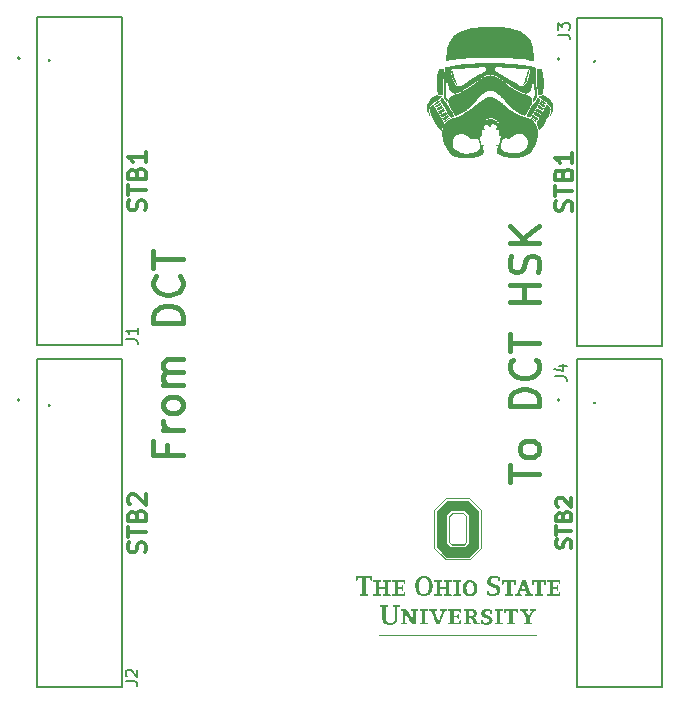
<source format=gbr>
%TF.GenerationSoftware,KiCad,Pcbnew,7.0.7*%
%TF.CreationDate,2023-09-12T23:40:55-05:00*%
%TF.ProjectId,Temps_South,54656d70-735f-4536-9f75-74682e6b6963,B*%
%TF.SameCoordinates,Original*%
%TF.FileFunction,Legend,Top*%
%TF.FilePolarity,Positive*%
%FSLAX46Y46*%
G04 Gerber Fmt 4.6, Leading zero omitted, Abs format (unit mm)*
G04 Created by KiCad (PCBNEW 7.0.7) date 2023-09-12 23:40:55*
%MOMM*%
%LPD*%
G01*
G04 APERTURE LIST*
%ADD10C,0.254000*%
%ADD11C,0.400000*%
%ADD12C,0.300000*%
%ADD13C,0.150000*%
%ADD14C,0.127000*%
%ADD15C,0.200000*%
G04 APERTURE END LIST*
D10*
X138861800Y-50900000D02*
G75*
G03*
X138861800Y-50900000I-25400J0D01*
G01*
X92670001Y-50830000D02*
G75*
G03*
X92670001Y-50830000I-1J0D01*
G01*
X92680001Y-80020000D02*
G75*
G03*
X92680001Y-80020000I-1J0D01*
G01*
X138861800Y-79832200D02*
G75*
G03*
X138861800Y-79832200I-25400J0D01*
G01*
D11*
X131668147Y-86514980D02*
X131668147Y-85086409D01*
X134168147Y-85800695D02*
X131668147Y-85800695D01*
X134168147Y-83895933D02*
X134049100Y-84134028D01*
X134049100Y-84134028D02*
X133930052Y-84253075D01*
X133930052Y-84253075D02*
X133691957Y-84372123D01*
X133691957Y-84372123D02*
X132977671Y-84372123D01*
X132977671Y-84372123D02*
X132739576Y-84253075D01*
X132739576Y-84253075D02*
X132620528Y-84134028D01*
X132620528Y-84134028D02*
X132501480Y-83895933D01*
X132501480Y-83895933D02*
X132501480Y-83538790D01*
X132501480Y-83538790D02*
X132620528Y-83300694D01*
X132620528Y-83300694D02*
X132739576Y-83181647D01*
X132739576Y-83181647D02*
X132977671Y-83062599D01*
X132977671Y-83062599D02*
X133691957Y-83062599D01*
X133691957Y-83062599D02*
X133930052Y-83181647D01*
X133930052Y-83181647D02*
X134049100Y-83300694D01*
X134049100Y-83300694D02*
X134168147Y-83538790D01*
X134168147Y-83538790D02*
X134168147Y-83895933D01*
X134168147Y-80086408D02*
X131668147Y-80086408D01*
X131668147Y-80086408D02*
X131668147Y-79491170D01*
X131668147Y-79491170D02*
X131787195Y-79134027D01*
X131787195Y-79134027D02*
X132025290Y-78895932D01*
X132025290Y-78895932D02*
X132263385Y-78776885D01*
X132263385Y-78776885D02*
X132739576Y-78657837D01*
X132739576Y-78657837D02*
X133096719Y-78657837D01*
X133096719Y-78657837D02*
X133572909Y-78776885D01*
X133572909Y-78776885D02*
X133811004Y-78895932D01*
X133811004Y-78895932D02*
X134049100Y-79134027D01*
X134049100Y-79134027D02*
X134168147Y-79491170D01*
X134168147Y-79491170D02*
X134168147Y-80086408D01*
X133930052Y-76157837D02*
X134049100Y-76276885D01*
X134049100Y-76276885D02*
X134168147Y-76634027D01*
X134168147Y-76634027D02*
X134168147Y-76872123D01*
X134168147Y-76872123D02*
X134049100Y-77229266D01*
X134049100Y-77229266D02*
X133811004Y-77467361D01*
X133811004Y-77467361D02*
X133572909Y-77586408D01*
X133572909Y-77586408D02*
X133096719Y-77705456D01*
X133096719Y-77705456D02*
X132739576Y-77705456D01*
X132739576Y-77705456D02*
X132263385Y-77586408D01*
X132263385Y-77586408D02*
X132025290Y-77467361D01*
X132025290Y-77467361D02*
X131787195Y-77229266D01*
X131787195Y-77229266D02*
X131668147Y-76872123D01*
X131668147Y-76872123D02*
X131668147Y-76634027D01*
X131668147Y-76634027D02*
X131787195Y-76276885D01*
X131787195Y-76276885D02*
X131906242Y-76157837D01*
X131668147Y-75443551D02*
X131668147Y-74014980D01*
X134168147Y-74729266D02*
X131668147Y-74729266D01*
X134168147Y-71276884D02*
X131668147Y-71276884D01*
X132858623Y-71276884D02*
X132858623Y-69848313D01*
X134168147Y-69848313D02*
X131668147Y-69848313D01*
X134049100Y-68776884D02*
X134168147Y-68419741D01*
X134168147Y-68419741D02*
X134168147Y-67824503D01*
X134168147Y-67824503D02*
X134049100Y-67586408D01*
X134049100Y-67586408D02*
X133930052Y-67467360D01*
X133930052Y-67467360D02*
X133691957Y-67348313D01*
X133691957Y-67348313D02*
X133453861Y-67348313D01*
X133453861Y-67348313D02*
X133215766Y-67467360D01*
X133215766Y-67467360D02*
X133096719Y-67586408D01*
X133096719Y-67586408D02*
X132977671Y-67824503D01*
X132977671Y-67824503D02*
X132858623Y-68300694D01*
X132858623Y-68300694D02*
X132739576Y-68538789D01*
X132739576Y-68538789D02*
X132620528Y-68657836D01*
X132620528Y-68657836D02*
X132382433Y-68776884D01*
X132382433Y-68776884D02*
X132144338Y-68776884D01*
X132144338Y-68776884D02*
X131906242Y-68657836D01*
X131906242Y-68657836D02*
X131787195Y-68538789D01*
X131787195Y-68538789D02*
X131668147Y-68300694D01*
X131668147Y-68300694D02*
X131668147Y-67705455D01*
X131668147Y-67705455D02*
X131787195Y-67348313D01*
X134168147Y-66276884D02*
X131668147Y-66276884D01*
X134168147Y-64848313D02*
X132739576Y-65919742D01*
X131668147Y-64848313D02*
X133096719Y-66276884D01*
D12*
X100789300Y-92481885D02*
X100860728Y-92267600D01*
X100860728Y-92267600D02*
X100860728Y-91910457D01*
X100860728Y-91910457D02*
X100789300Y-91767600D01*
X100789300Y-91767600D02*
X100717871Y-91696171D01*
X100717871Y-91696171D02*
X100575014Y-91624742D01*
X100575014Y-91624742D02*
X100432157Y-91624742D01*
X100432157Y-91624742D02*
X100289300Y-91696171D01*
X100289300Y-91696171D02*
X100217871Y-91767600D01*
X100217871Y-91767600D02*
X100146442Y-91910457D01*
X100146442Y-91910457D02*
X100075014Y-92196171D01*
X100075014Y-92196171D02*
X100003585Y-92339028D01*
X100003585Y-92339028D02*
X99932157Y-92410457D01*
X99932157Y-92410457D02*
X99789300Y-92481885D01*
X99789300Y-92481885D02*
X99646442Y-92481885D01*
X99646442Y-92481885D02*
X99503585Y-92410457D01*
X99503585Y-92410457D02*
X99432157Y-92339028D01*
X99432157Y-92339028D02*
X99360728Y-92196171D01*
X99360728Y-92196171D02*
X99360728Y-91839028D01*
X99360728Y-91839028D02*
X99432157Y-91624742D01*
X99360728Y-91196171D02*
X99360728Y-90339029D01*
X100860728Y-90767600D02*
X99360728Y-90767600D01*
X100075014Y-89339029D02*
X100146442Y-89124743D01*
X100146442Y-89124743D02*
X100217871Y-89053314D01*
X100217871Y-89053314D02*
X100360728Y-88981886D01*
X100360728Y-88981886D02*
X100575014Y-88981886D01*
X100575014Y-88981886D02*
X100717871Y-89053314D01*
X100717871Y-89053314D02*
X100789300Y-89124743D01*
X100789300Y-89124743D02*
X100860728Y-89267600D01*
X100860728Y-89267600D02*
X100860728Y-89839029D01*
X100860728Y-89839029D02*
X99360728Y-89839029D01*
X99360728Y-89839029D02*
X99360728Y-89339029D01*
X99360728Y-89339029D02*
X99432157Y-89196172D01*
X99432157Y-89196172D02*
X99503585Y-89124743D01*
X99503585Y-89124743D02*
X99646442Y-89053314D01*
X99646442Y-89053314D02*
X99789300Y-89053314D01*
X99789300Y-89053314D02*
X99932157Y-89124743D01*
X99932157Y-89124743D02*
X100003585Y-89196172D01*
X100003585Y-89196172D02*
X100075014Y-89339029D01*
X100075014Y-89339029D02*
X100075014Y-89839029D01*
X99503585Y-88410457D02*
X99432157Y-88339029D01*
X99432157Y-88339029D02*
X99360728Y-88196172D01*
X99360728Y-88196172D02*
X99360728Y-87839029D01*
X99360728Y-87839029D02*
X99432157Y-87696172D01*
X99432157Y-87696172D02*
X99503585Y-87624743D01*
X99503585Y-87624743D02*
X99646442Y-87553314D01*
X99646442Y-87553314D02*
X99789300Y-87553314D01*
X99789300Y-87553314D02*
X100003585Y-87624743D01*
X100003585Y-87624743D02*
X100860728Y-88481886D01*
X100860728Y-88481886D02*
X100860728Y-87553314D01*
X136831300Y-92123313D02*
X136893204Y-91937599D01*
X136893204Y-91937599D02*
X136893204Y-91628075D01*
X136893204Y-91628075D02*
X136831300Y-91504266D01*
X136831300Y-91504266D02*
X136769395Y-91442361D01*
X136769395Y-91442361D02*
X136645585Y-91380456D01*
X136645585Y-91380456D02*
X136521776Y-91380456D01*
X136521776Y-91380456D02*
X136397966Y-91442361D01*
X136397966Y-91442361D02*
X136336061Y-91504266D01*
X136336061Y-91504266D02*
X136274157Y-91628075D01*
X136274157Y-91628075D02*
X136212252Y-91875694D01*
X136212252Y-91875694D02*
X136150347Y-91999504D01*
X136150347Y-91999504D02*
X136088442Y-92061409D01*
X136088442Y-92061409D02*
X135964633Y-92123313D01*
X135964633Y-92123313D02*
X135840823Y-92123313D01*
X135840823Y-92123313D02*
X135717014Y-92061409D01*
X135717014Y-92061409D02*
X135655109Y-91999504D01*
X135655109Y-91999504D02*
X135593204Y-91875694D01*
X135593204Y-91875694D02*
X135593204Y-91566171D01*
X135593204Y-91566171D02*
X135655109Y-91380456D01*
X135593204Y-91009028D02*
X135593204Y-90266171D01*
X136893204Y-90637599D02*
X135593204Y-90637599D01*
X136212252Y-89399504D02*
X136274157Y-89213790D01*
X136274157Y-89213790D02*
X136336061Y-89151885D01*
X136336061Y-89151885D02*
X136459871Y-89089981D01*
X136459871Y-89089981D02*
X136645585Y-89089981D01*
X136645585Y-89089981D02*
X136769395Y-89151885D01*
X136769395Y-89151885D02*
X136831300Y-89213790D01*
X136831300Y-89213790D02*
X136893204Y-89337600D01*
X136893204Y-89337600D02*
X136893204Y-89832838D01*
X136893204Y-89832838D02*
X135593204Y-89832838D01*
X135593204Y-89832838D02*
X135593204Y-89399504D01*
X135593204Y-89399504D02*
X135655109Y-89275695D01*
X135655109Y-89275695D02*
X135717014Y-89213790D01*
X135717014Y-89213790D02*
X135840823Y-89151885D01*
X135840823Y-89151885D02*
X135964633Y-89151885D01*
X135964633Y-89151885D02*
X136088442Y-89213790D01*
X136088442Y-89213790D02*
X136150347Y-89275695D01*
X136150347Y-89275695D02*
X136212252Y-89399504D01*
X136212252Y-89399504D02*
X136212252Y-89832838D01*
X135717014Y-88594742D02*
X135655109Y-88532838D01*
X135655109Y-88532838D02*
X135593204Y-88409028D01*
X135593204Y-88409028D02*
X135593204Y-88099504D01*
X135593204Y-88099504D02*
X135655109Y-87975695D01*
X135655109Y-87975695D02*
X135717014Y-87913790D01*
X135717014Y-87913790D02*
X135840823Y-87851885D01*
X135840823Y-87851885D02*
X135964633Y-87851885D01*
X135964633Y-87851885D02*
X136150347Y-87913790D01*
X136150347Y-87913790D02*
X136893204Y-88656647D01*
X136893204Y-88656647D02*
X136893204Y-87851885D01*
D11*
X102683623Y-83381647D02*
X102683623Y-84214980D01*
X103993147Y-84214980D02*
X101493147Y-84214980D01*
X101493147Y-84214980D02*
X101493147Y-83024504D01*
X103993147Y-82072123D02*
X102326480Y-82072123D01*
X102802671Y-82072123D02*
X102564576Y-81953076D01*
X102564576Y-81953076D02*
X102445528Y-81834028D01*
X102445528Y-81834028D02*
X102326480Y-81595933D01*
X102326480Y-81595933D02*
X102326480Y-81357838D01*
X103993147Y-80167362D02*
X103874100Y-80405457D01*
X103874100Y-80405457D02*
X103755052Y-80524504D01*
X103755052Y-80524504D02*
X103516957Y-80643552D01*
X103516957Y-80643552D02*
X102802671Y-80643552D01*
X102802671Y-80643552D02*
X102564576Y-80524504D01*
X102564576Y-80524504D02*
X102445528Y-80405457D01*
X102445528Y-80405457D02*
X102326480Y-80167362D01*
X102326480Y-80167362D02*
X102326480Y-79810219D01*
X102326480Y-79810219D02*
X102445528Y-79572123D01*
X102445528Y-79572123D02*
X102564576Y-79453076D01*
X102564576Y-79453076D02*
X102802671Y-79334028D01*
X102802671Y-79334028D02*
X103516957Y-79334028D01*
X103516957Y-79334028D02*
X103755052Y-79453076D01*
X103755052Y-79453076D02*
X103874100Y-79572123D01*
X103874100Y-79572123D02*
X103993147Y-79810219D01*
X103993147Y-79810219D02*
X103993147Y-80167362D01*
X103993147Y-78262599D02*
X102326480Y-78262599D01*
X102564576Y-78262599D02*
X102445528Y-78143552D01*
X102445528Y-78143552D02*
X102326480Y-77905457D01*
X102326480Y-77905457D02*
X102326480Y-77548314D01*
X102326480Y-77548314D02*
X102445528Y-77310218D01*
X102445528Y-77310218D02*
X102683623Y-77191171D01*
X102683623Y-77191171D02*
X103993147Y-77191171D01*
X102683623Y-77191171D02*
X102445528Y-77072123D01*
X102445528Y-77072123D02*
X102326480Y-76834028D01*
X102326480Y-76834028D02*
X102326480Y-76476885D01*
X102326480Y-76476885D02*
X102445528Y-76238790D01*
X102445528Y-76238790D02*
X102683623Y-76119742D01*
X102683623Y-76119742D02*
X103993147Y-76119742D01*
X103993147Y-73024504D02*
X101493147Y-73024504D01*
X101493147Y-73024504D02*
X101493147Y-72429266D01*
X101493147Y-72429266D02*
X101612195Y-72072123D01*
X101612195Y-72072123D02*
X101850290Y-71834028D01*
X101850290Y-71834028D02*
X102088385Y-71714981D01*
X102088385Y-71714981D02*
X102564576Y-71595933D01*
X102564576Y-71595933D02*
X102921719Y-71595933D01*
X102921719Y-71595933D02*
X103397909Y-71714981D01*
X103397909Y-71714981D02*
X103636004Y-71834028D01*
X103636004Y-71834028D02*
X103874100Y-72072123D01*
X103874100Y-72072123D02*
X103993147Y-72429266D01*
X103993147Y-72429266D02*
X103993147Y-73024504D01*
X103755052Y-69095933D02*
X103874100Y-69214981D01*
X103874100Y-69214981D02*
X103993147Y-69572123D01*
X103993147Y-69572123D02*
X103993147Y-69810219D01*
X103993147Y-69810219D02*
X103874100Y-70167362D01*
X103874100Y-70167362D02*
X103636004Y-70405457D01*
X103636004Y-70405457D02*
X103397909Y-70524504D01*
X103397909Y-70524504D02*
X102921719Y-70643552D01*
X102921719Y-70643552D02*
X102564576Y-70643552D01*
X102564576Y-70643552D02*
X102088385Y-70524504D01*
X102088385Y-70524504D02*
X101850290Y-70405457D01*
X101850290Y-70405457D02*
X101612195Y-70167362D01*
X101612195Y-70167362D02*
X101493147Y-69810219D01*
X101493147Y-69810219D02*
X101493147Y-69572123D01*
X101493147Y-69572123D02*
X101612195Y-69214981D01*
X101612195Y-69214981D02*
X101731242Y-69095933D01*
X101493147Y-68381647D02*
X101493147Y-66953076D01*
X103993147Y-67667362D02*
X101493147Y-67667362D01*
D12*
X136914300Y-63576685D02*
X136985728Y-63362400D01*
X136985728Y-63362400D02*
X136985728Y-63005257D01*
X136985728Y-63005257D02*
X136914300Y-62862400D01*
X136914300Y-62862400D02*
X136842871Y-62790971D01*
X136842871Y-62790971D02*
X136700014Y-62719542D01*
X136700014Y-62719542D02*
X136557157Y-62719542D01*
X136557157Y-62719542D02*
X136414300Y-62790971D01*
X136414300Y-62790971D02*
X136342871Y-62862400D01*
X136342871Y-62862400D02*
X136271442Y-63005257D01*
X136271442Y-63005257D02*
X136200014Y-63290971D01*
X136200014Y-63290971D02*
X136128585Y-63433828D01*
X136128585Y-63433828D02*
X136057157Y-63505257D01*
X136057157Y-63505257D02*
X135914300Y-63576685D01*
X135914300Y-63576685D02*
X135771442Y-63576685D01*
X135771442Y-63576685D02*
X135628585Y-63505257D01*
X135628585Y-63505257D02*
X135557157Y-63433828D01*
X135557157Y-63433828D02*
X135485728Y-63290971D01*
X135485728Y-63290971D02*
X135485728Y-62933828D01*
X135485728Y-62933828D02*
X135557157Y-62719542D01*
X135485728Y-62290971D02*
X135485728Y-61433829D01*
X136985728Y-61862400D02*
X135485728Y-61862400D01*
X136200014Y-60433829D02*
X136271442Y-60219543D01*
X136271442Y-60219543D02*
X136342871Y-60148114D01*
X136342871Y-60148114D02*
X136485728Y-60076686D01*
X136485728Y-60076686D02*
X136700014Y-60076686D01*
X136700014Y-60076686D02*
X136842871Y-60148114D01*
X136842871Y-60148114D02*
X136914300Y-60219543D01*
X136914300Y-60219543D02*
X136985728Y-60362400D01*
X136985728Y-60362400D02*
X136985728Y-60933829D01*
X136985728Y-60933829D02*
X135485728Y-60933829D01*
X135485728Y-60933829D02*
X135485728Y-60433829D01*
X135485728Y-60433829D02*
X135557157Y-60290972D01*
X135557157Y-60290972D02*
X135628585Y-60219543D01*
X135628585Y-60219543D02*
X135771442Y-60148114D01*
X135771442Y-60148114D02*
X135914300Y-60148114D01*
X135914300Y-60148114D02*
X136057157Y-60219543D01*
X136057157Y-60219543D02*
X136128585Y-60290972D01*
X136128585Y-60290972D02*
X136200014Y-60433829D01*
X136200014Y-60433829D02*
X136200014Y-60933829D01*
X136985728Y-58648114D02*
X136985728Y-59505257D01*
X136985728Y-59076686D02*
X135485728Y-59076686D01*
X135485728Y-59076686D02*
X135700014Y-59219543D01*
X135700014Y-59219543D02*
X135842871Y-59362400D01*
X135842871Y-59362400D02*
X135914300Y-59505257D01*
X100789300Y-63525885D02*
X100860728Y-63311600D01*
X100860728Y-63311600D02*
X100860728Y-62954457D01*
X100860728Y-62954457D02*
X100789300Y-62811600D01*
X100789300Y-62811600D02*
X100717871Y-62740171D01*
X100717871Y-62740171D02*
X100575014Y-62668742D01*
X100575014Y-62668742D02*
X100432157Y-62668742D01*
X100432157Y-62668742D02*
X100289300Y-62740171D01*
X100289300Y-62740171D02*
X100217871Y-62811600D01*
X100217871Y-62811600D02*
X100146442Y-62954457D01*
X100146442Y-62954457D02*
X100075014Y-63240171D01*
X100075014Y-63240171D02*
X100003585Y-63383028D01*
X100003585Y-63383028D02*
X99932157Y-63454457D01*
X99932157Y-63454457D02*
X99789300Y-63525885D01*
X99789300Y-63525885D02*
X99646442Y-63525885D01*
X99646442Y-63525885D02*
X99503585Y-63454457D01*
X99503585Y-63454457D02*
X99432157Y-63383028D01*
X99432157Y-63383028D02*
X99360728Y-63240171D01*
X99360728Y-63240171D02*
X99360728Y-62883028D01*
X99360728Y-62883028D02*
X99432157Y-62668742D01*
X99360728Y-62240171D02*
X99360728Y-61383029D01*
X100860728Y-61811600D02*
X99360728Y-61811600D01*
X100075014Y-60383029D02*
X100146442Y-60168743D01*
X100146442Y-60168743D02*
X100217871Y-60097314D01*
X100217871Y-60097314D02*
X100360728Y-60025886D01*
X100360728Y-60025886D02*
X100575014Y-60025886D01*
X100575014Y-60025886D02*
X100717871Y-60097314D01*
X100717871Y-60097314D02*
X100789300Y-60168743D01*
X100789300Y-60168743D02*
X100860728Y-60311600D01*
X100860728Y-60311600D02*
X100860728Y-60883029D01*
X100860728Y-60883029D02*
X99360728Y-60883029D01*
X99360728Y-60883029D02*
X99360728Y-60383029D01*
X99360728Y-60383029D02*
X99432157Y-60240172D01*
X99432157Y-60240172D02*
X99503585Y-60168743D01*
X99503585Y-60168743D02*
X99646442Y-60097314D01*
X99646442Y-60097314D02*
X99789300Y-60097314D01*
X99789300Y-60097314D02*
X99932157Y-60168743D01*
X99932157Y-60168743D02*
X100003585Y-60240172D01*
X100003585Y-60240172D02*
X100075014Y-60383029D01*
X100075014Y-60383029D02*
X100075014Y-60883029D01*
X100860728Y-58597314D02*
X100860728Y-59454457D01*
X100860728Y-59025886D02*
X99360728Y-59025886D01*
X99360728Y-59025886D02*
X99575014Y-59168743D01*
X99575014Y-59168743D02*
X99717871Y-59311600D01*
X99717871Y-59311600D02*
X99789300Y-59454457D01*
D13*
X99149819Y-103406533D02*
X99864104Y-103406533D01*
X99864104Y-103406533D02*
X100006961Y-103454152D01*
X100006961Y-103454152D02*
X100102200Y-103549390D01*
X100102200Y-103549390D02*
X100149819Y-103692247D01*
X100149819Y-103692247D02*
X100149819Y-103787485D01*
X99245057Y-102977961D02*
X99197438Y-102930342D01*
X99197438Y-102930342D02*
X99149819Y-102835104D01*
X99149819Y-102835104D02*
X99149819Y-102597009D01*
X99149819Y-102597009D02*
X99197438Y-102501771D01*
X99197438Y-102501771D02*
X99245057Y-102454152D01*
X99245057Y-102454152D02*
X99340295Y-102406533D01*
X99340295Y-102406533D02*
X99435533Y-102406533D01*
X99435533Y-102406533D02*
X99578390Y-102454152D01*
X99578390Y-102454152D02*
X100149819Y-103025580D01*
X100149819Y-103025580D02*
X100149819Y-102406533D01*
X135751219Y-48644133D02*
X136465504Y-48644133D01*
X136465504Y-48644133D02*
X136608361Y-48691752D01*
X136608361Y-48691752D02*
X136703600Y-48786990D01*
X136703600Y-48786990D02*
X136751219Y-48929847D01*
X136751219Y-48929847D02*
X136751219Y-49025085D01*
X135751219Y-48263180D02*
X135751219Y-47644133D01*
X135751219Y-47644133D02*
X136132171Y-47977466D01*
X136132171Y-47977466D02*
X136132171Y-47834609D01*
X136132171Y-47834609D02*
X136179790Y-47739371D01*
X136179790Y-47739371D02*
X136227409Y-47691752D01*
X136227409Y-47691752D02*
X136322647Y-47644133D01*
X136322647Y-47644133D02*
X136560742Y-47644133D01*
X136560742Y-47644133D02*
X136655980Y-47691752D01*
X136655980Y-47691752D02*
X136703600Y-47739371D01*
X136703600Y-47739371D02*
X136751219Y-47834609D01*
X136751219Y-47834609D02*
X136751219Y-48120323D01*
X136751219Y-48120323D02*
X136703600Y-48215561D01*
X136703600Y-48215561D02*
X136655980Y-48263180D01*
X135497219Y-77574733D02*
X136211504Y-77574733D01*
X136211504Y-77574733D02*
X136354361Y-77622352D01*
X136354361Y-77622352D02*
X136449600Y-77717590D01*
X136449600Y-77717590D02*
X136497219Y-77860447D01*
X136497219Y-77860447D02*
X136497219Y-77955685D01*
X135830552Y-76669971D02*
X136497219Y-76669971D01*
X135449600Y-76908066D02*
X136163885Y-77146161D01*
X136163885Y-77146161D02*
X136163885Y-76527114D01*
X99175219Y-74450533D02*
X99889504Y-74450533D01*
X99889504Y-74450533D02*
X100032361Y-74498152D01*
X100032361Y-74498152D02*
X100127600Y-74593390D01*
X100127600Y-74593390D02*
X100175219Y-74736247D01*
X100175219Y-74736247D02*
X100175219Y-74831485D01*
X100175219Y-73450533D02*
X100175219Y-74021961D01*
X100175219Y-73736247D02*
X99175219Y-73736247D01*
X99175219Y-73736247D02*
X99318076Y-73831485D01*
X99318076Y-73831485D02*
X99413314Y-73926723D01*
X99413314Y-73926723D02*
X99460933Y-74021961D01*
D14*
%TO.C,J2*%
X98831600Y-76123600D02*
X98831600Y-103911600D01*
X91617600Y-76123600D02*
X98831600Y-76123600D01*
X98831600Y-103911600D02*
X91617600Y-103911600D01*
X91617600Y-103911600D02*
X91617600Y-76123600D01*
D15*
X90183080Y-79583280D02*
G75*
G03*
X90183080Y-79583280I-100000J0D01*
G01*
%TO.C,G\u002A\u002A\u002A*%
G36*
X134454116Y-54485059D02*
G01*
X134539773Y-54535682D01*
X134610387Y-54579643D01*
X134657241Y-54611382D01*
X134671496Y-54623740D01*
X134673152Y-54658385D01*
X134657482Y-54707525D01*
X134632773Y-54752462D01*
X134607312Y-54774498D01*
X134604583Y-54774715D01*
X134576090Y-54763362D01*
X134518630Y-54733361D01*
X134441213Y-54689598D01*
X134372728Y-54649025D01*
X134288609Y-54596017D01*
X134221083Y-54549248D01*
X134178056Y-54514463D01*
X134166585Y-54499152D01*
X134179575Y-54464673D01*
X134208260Y-54420492D01*
X134249439Y-54366933D01*
X134454116Y-54485059D01*
G37*
G36*
X133503592Y-55658099D02*
G01*
X133560495Y-55688589D01*
X133638001Y-55733572D01*
X133719905Y-55783485D01*
X133813731Y-55842538D01*
X133875056Y-55884003D01*
X133909593Y-55913438D01*
X133923057Y-55936401D01*
X133921163Y-55958453D01*
X133915116Y-55973371D01*
X133892285Y-56013096D01*
X133876740Y-56026646D01*
X133854982Y-56011884D01*
X133812159Y-55973374D01*
X133763044Y-55924987D01*
X133688379Y-55855789D01*
X133604662Y-55788322D01*
X133557337Y-55755112D01*
X133488600Y-55705951D01*
X133454512Y-55670044D01*
X133457101Y-55650084D01*
X133475822Y-55646874D01*
X133503592Y-55658099D01*
G37*
G36*
X133842329Y-55537326D02*
G01*
X133931101Y-55591325D01*
X134004201Y-55639699D01*
X134053645Y-55676899D01*
X134071380Y-55696494D01*
X134064548Y-55731453D01*
X134041247Y-55781541D01*
X134010769Y-55830844D01*
X133982405Y-55863450D01*
X133970946Y-55868488D01*
X133946006Y-55856685D01*
X133891766Y-55826121D01*
X133816796Y-55781742D01*
X133748334Y-55740036D01*
X133663084Y-55685565D01*
X133592691Y-55636960D01*
X133545657Y-55600315D01*
X133530682Y-55584024D01*
X133534559Y-55548252D01*
X133559238Y-55495727D01*
X133568827Y-55480705D01*
X133619097Y-55406726D01*
X133842329Y-55537326D01*
G37*
G36*
X126593914Y-55679159D02*
G01*
X126578696Y-55706702D01*
X126529490Y-55748409D01*
X126486888Y-55777452D01*
X126409692Y-55833662D01*
X126326535Y-55904001D01*
X126281182Y-55947327D01*
X126227915Y-55999876D01*
X126187279Y-56036600D01*
X126169273Y-56048985D01*
X126149197Y-56032444D01*
X126130506Y-56006628D01*
X126116527Y-55966871D01*
X126139806Y-55933069D01*
X126141887Y-55931232D01*
X126180103Y-55902741D01*
X126242307Y-55861328D01*
X126318664Y-55812979D01*
X126399340Y-55763678D01*
X126474500Y-55719411D01*
X126534310Y-55686163D01*
X126568937Y-55669918D01*
X126572431Y-55669214D01*
X126593914Y-55679159D01*
G37*
G36*
X134392301Y-54208064D02*
G01*
X134456318Y-54239107D01*
X134549066Y-54294040D01*
X134556334Y-54298519D01*
X134652489Y-54359378D01*
X134715293Y-54404244D01*
X134750394Y-54438929D01*
X134763438Y-54469244D01*
X134760073Y-54500999D01*
X134758425Y-54506488D01*
X134740452Y-54538082D01*
X134709243Y-54547960D01*
X134658861Y-54534797D01*
X134583368Y-54497263D01*
X134501180Y-54448966D01*
X134403015Y-54388324D01*
X134338083Y-54344780D01*
X134301049Y-54312881D01*
X134286577Y-54287174D01*
X134289329Y-54262206D01*
X134298730Y-54242093D01*
X134320897Y-54211176D01*
X134349624Y-54199294D01*
X134392301Y-54208064D01*
G37*
G36*
X125816374Y-54413259D02*
G01*
X125848216Y-54453334D01*
X125872492Y-54497918D01*
X125878137Y-54520949D01*
X125860249Y-54540585D01*
X125812850Y-54576290D01*
X125745336Y-54622165D01*
X125667103Y-54672316D01*
X125587548Y-54720846D01*
X125516067Y-54761860D01*
X125462056Y-54789460D01*
X125436653Y-54797974D01*
X125413478Y-54779890D01*
X125390254Y-54741074D01*
X125371092Y-54692753D01*
X125364329Y-54665087D01*
X125382062Y-54647095D01*
X125428942Y-54612647D01*
X125495488Y-54567740D01*
X125572222Y-54518373D01*
X125649663Y-54470544D01*
X125718332Y-54430253D01*
X125768749Y-54403496D01*
X125789800Y-54395863D01*
X125816374Y-54413259D01*
G37*
G36*
X133834261Y-55143774D02*
G01*
X133886529Y-55172119D01*
X133957573Y-55212432D01*
X134037721Y-55259042D01*
X134117301Y-55306282D01*
X134186643Y-55348481D01*
X134236073Y-55379970D01*
X134254487Y-55393357D01*
X134251405Y-55417293D01*
X134230511Y-55464172D01*
X134199576Y-55520311D01*
X134166370Y-55572024D01*
X134138667Y-55605626D01*
X134130938Y-55610904D01*
X134102685Y-55604032D01*
X134044811Y-55578050D01*
X133965838Y-55537117D01*
X133877241Y-55487122D01*
X133649046Y-55353554D01*
X133684172Y-55299159D01*
X133724498Y-55236720D01*
X133755377Y-55188915D01*
X133786871Y-55149030D01*
X133810440Y-55133066D01*
X133834261Y-55143774D01*
G37*
G36*
X134006062Y-54876130D02*
G01*
X134062720Y-54905614D01*
X134135570Y-54947555D01*
X134215142Y-54996062D01*
X134291963Y-55045244D01*
X134356562Y-55089210D01*
X134399469Y-55122070D01*
X134411822Y-55136636D01*
X134400844Y-55174779D01*
X134373930Y-55228074D01*
X134340110Y-55281889D01*
X134308414Y-55321589D01*
X134290426Y-55333352D01*
X134262512Y-55322251D01*
X134205238Y-55292769D01*
X134127476Y-55249646D01*
X134054391Y-55207278D01*
X133968357Y-55156364D01*
X133897813Y-55114395D01*
X133850847Y-55086198D01*
X133835521Y-55076675D01*
X133840539Y-55055374D01*
X133864307Y-55011491D01*
X133898355Y-54957871D01*
X133934214Y-54907363D01*
X133963415Y-54872815D01*
X133975067Y-54864992D01*
X134006062Y-54876130D01*
G37*
G36*
X126254553Y-55172963D02*
G01*
X126290507Y-55216341D01*
X126327961Y-55271599D01*
X126357473Y-55324796D01*
X126369604Y-55361993D01*
X126369606Y-55362260D01*
X126351683Y-55383015D01*
X126304117Y-55419708D01*
X126236211Y-55466388D01*
X126157272Y-55517100D01*
X126076603Y-55565892D01*
X126003510Y-55606810D01*
X125947295Y-55633901D01*
X125941483Y-55636183D01*
X125910673Y-55633105D01*
X125875573Y-55597041D01*
X125846540Y-55551625D01*
X125813388Y-55491190D01*
X125792497Y-55445676D01*
X125788779Y-55431873D01*
X125806623Y-55413046D01*
X125853902Y-55377968D01*
X125921242Y-55332518D01*
X125999268Y-55282577D01*
X126078603Y-55234026D01*
X126149874Y-55192746D01*
X126203703Y-55164617D01*
X126229536Y-55155406D01*
X126254553Y-55172963D01*
G37*
G36*
X126439970Y-55462838D02*
G01*
X126477823Y-55503115D01*
X126510791Y-55550478D01*
X126525924Y-55588756D01*
X126525982Y-55590436D01*
X126508404Y-55609610D01*
X126461669Y-55646047D01*
X126394777Y-55693770D01*
X126316731Y-55746799D01*
X126236529Y-55799156D01*
X126163173Y-55844862D01*
X126105663Y-55877939D01*
X126073000Y-55892407D01*
X126071086Y-55892609D01*
X126052120Y-55875830D01*
X126018767Y-55833417D01*
X126001492Y-55808836D01*
X125967842Y-55756361D01*
X125958390Y-55726553D01*
X125971046Y-55705948D01*
X125983932Y-55695694D01*
X126033065Y-55662047D01*
X126102606Y-55618080D01*
X126182684Y-55569578D01*
X126263429Y-55522327D01*
X126334971Y-55482114D01*
X126387440Y-55454724D01*
X126410181Y-55445819D01*
X126439970Y-55462838D01*
G37*
G36*
X134150032Y-54607464D02*
G01*
X134203748Y-54635401D01*
X134275258Y-54675179D01*
X134355090Y-54721246D01*
X134433772Y-54768052D01*
X134501832Y-54810047D01*
X134549797Y-54841679D01*
X134568196Y-54857397D01*
X134568199Y-54857465D01*
X134557073Y-54892872D01*
X134529998Y-54943679D01*
X134496430Y-54995077D01*
X134465824Y-55032253D01*
X134450463Y-55041890D01*
X134420083Y-55029964D01*
X134362317Y-54999644D01*
X134287495Y-54956492D01*
X134253267Y-54935754D01*
X134152248Y-54873502D01*
X134084137Y-54829031D01*
X134044105Y-54796199D01*
X134027326Y-54768860D01*
X134028972Y-54740874D01*
X134044216Y-54706097D01*
X134055506Y-54684090D01*
X134087527Y-54630971D01*
X134115665Y-54600090D01*
X134123583Y-54596918D01*
X134150032Y-54607464D01*
G37*
G36*
X126081004Y-54887002D02*
G01*
X126111490Y-54923437D01*
X126131785Y-54953436D01*
X126166926Y-55012700D01*
X126188095Y-55060290D01*
X126190890Y-55073986D01*
X126172955Y-55095508D01*
X126125404Y-55132873D01*
X126057617Y-55180123D01*
X125978977Y-55231297D01*
X125898863Y-55280435D01*
X125826657Y-55321577D01*
X125771741Y-55348763D01*
X125746274Y-55356461D01*
X125722897Y-55338252D01*
X125690955Y-55292190D01*
X125675977Y-55264937D01*
X125650016Y-55204280D01*
X125638777Y-55157586D01*
X125639840Y-55145907D01*
X125662892Y-55122578D01*
X125715133Y-55084337D01*
X125786791Y-55038146D01*
X125814530Y-55021460D01*
X125896283Y-54972894D01*
X125968132Y-54929712D01*
X126017530Y-54899468D01*
X126025672Y-54894320D01*
X126056239Y-54879437D01*
X126081004Y-54887002D01*
G37*
G36*
X126812335Y-51658042D02*
G01*
X126834919Y-51698037D01*
X126856913Y-51775850D01*
X126871257Y-51843576D01*
X126911284Y-52019226D01*
X126961855Y-52199566D01*
X127019682Y-52375555D01*
X127081478Y-52538153D01*
X127143955Y-52678320D01*
X127203825Y-52787014D01*
X127226106Y-52819387D01*
X127273418Y-52884307D01*
X127295245Y-52921726D01*
X127293980Y-52939062D01*
X127272013Y-52943729D01*
X127266218Y-52943796D01*
X127220931Y-52929958D01*
X127165420Y-52895776D01*
X127154173Y-52886778D01*
X127081042Y-52805440D01*
X127006453Y-52685773D01*
X126933239Y-52533921D01*
X126864235Y-52356030D01*
X126802274Y-52158242D01*
X126780600Y-52076922D01*
X126745429Y-51919859D01*
X126729588Y-51801357D01*
X126732967Y-51719750D01*
X126753845Y-51674913D01*
X126786273Y-51651717D01*
X126812335Y-51658042D01*
G37*
G36*
X125712921Y-54212533D02*
G01*
X125741289Y-54253206D01*
X125762269Y-54298074D01*
X125766440Y-54319003D01*
X125748413Y-54335979D01*
X125699458Y-54370451D01*
X125627258Y-54417444D01*
X125539500Y-54471980D01*
X125443869Y-54529081D01*
X125426148Y-54539400D01*
X125320421Y-54600712D01*
X125294412Y-54543628D01*
X125284415Y-54484079D01*
X125306273Y-54437807D01*
X125353403Y-54418240D01*
X125355895Y-54418203D01*
X125383824Y-54405217D01*
X125386669Y-54395863D01*
X125404763Y-54376044D01*
X125420178Y-54373524D01*
X125449906Y-54361461D01*
X125453687Y-54351184D01*
X125471781Y-54331365D01*
X125487196Y-54328845D01*
X125516925Y-54316782D01*
X125520705Y-54306505D01*
X125537830Y-54284962D01*
X125543979Y-54284166D01*
X125575842Y-54270194D01*
X125615210Y-54239487D01*
X125658129Y-54207033D01*
X125688878Y-54194808D01*
X125712921Y-54212533D01*
G37*
G36*
X133287860Y-51653884D02*
G01*
X133304130Y-51673653D01*
X133312517Y-51698732D01*
X133312947Y-51738329D01*
X133305345Y-51801654D01*
X133289635Y-51897917D01*
X133285674Y-51921000D01*
X133235837Y-52153320D01*
X133170010Y-52370915D01*
X133091191Y-52566364D01*
X133002380Y-52732245D01*
X132906574Y-52861135D01*
X132905369Y-52862454D01*
X132853588Y-52907911D01*
X132801126Y-52937174D01*
X132758751Y-52946311D01*
X132737229Y-52931388D01*
X132736361Y-52924192D01*
X132751661Y-52895199D01*
X132770684Y-52876102D01*
X132823818Y-52813916D01*
X132882050Y-52714224D01*
X132942791Y-52583532D01*
X133003448Y-52428346D01*
X133061429Y-52255172D01*
X133114144Y-52070515D01*
X133149293Y-51925593D01*
X133173913Y-51820960D01*
X133197213Y-51731955D01*
X133216595Y-51667888D01*
X133229459Y-51638066D01*
X133229621Y-51637893D01*
X133260619Y-51633992D01*
X133287860Y-51653884D01*
G37*
G36*
X125932142Y-54635947D02*
G01*
X125964971Y-54676759D01*
X125998646Y-54727815D01*
X126024197Y-54775234D01*
X126032655Y-54805136D01*
X126031184Y-54808128D01*
X126003056Y-54827801D01*
X125947665Y-54862331D01*
X125874729Y-54906071D01*
X125793967Y-54953371D01*
X125715096Y-54998584D01*
X125647836Y-55036062D01*
X125601905Y-55060155D01*
X125587392Y-55066048D01*
X125565371Y-55047903D01*
X125534533Y-55002160D01*
X125521159Y-54977580D01*
X125489877Y-54913798D01*
X125478321Y-54879949D01*
X125484700Y-54866809D01*
X125499300Y-54864992D01*
X125531274Y-54851027D01*
X125569702Y-54821086D01*
X125609367Y-54793127D01*
X125635786Y-54788895D01*
X125653663Y-54784136D01*
X125654742Y-54776953D01*
X125672815Y-54755972D01*
X125688252Y-54753295D01*
X125717992Y-54742031D01*
X125721761Y-54732461D01*
X125740325Y-54710299D01*
X125770983Y-54696004D01*
X125824694Y-54669926D01*
X125850767Y-54649820D01*
X125889952Y-54623839D01*
X125909129Y-54619258D01*
X125932142Y-54635947D01*
G37*
G36*
X134083960Y-53962814D02*
G01*
X134134271Y-53997332D01*
X134190495Y-54042570D01*
X134240564Y-54088473D01*
X134272410Y-54124985D01*
X134277785Y-54137519D01*
X134266344Y-54177879D01*
X134234118Y-54249142D01*
X134184258Y-54346139D01*
X134119915Y-54463705D01*
X134044238Y-54596671D01*
X133960377Y-54739869D01*
X133871482Y-54888134D01*
X133780703Y-55036296D01*
X133691189Y-55179189D01*
X133606092Y-55311645D01*
X133528561Y-55428497D01*
X133461746Y-55524578D01*
X133408796Y-55594719D01*
X133372863Y-55633754D01*
X133361866Y-55640055D01*
X133320873Y-55636321D01*
X133257993Y-55621761D01*
X133233039Y-55614376D01*
X133150133Y-55588156D01*
X133102496Y-55569284D01*
X133083256Y-55550262D01*
X133085542Y-55523589D01*
X133102484Y-55481766D01*
X133105336Y-55474989D01*
X133153086Y-55372538D01*
X133221380Y-55242193D01*
X133305094Y-55092628D01*
X133399102Y-54932519D01*
X133498283Y-54770541D01*
X133597511Y-54615371D01*
X133691662Y-54475683D01*
X133715849Y-54441325D01*
X133794277Y-54329830D01*
X133866442Y-54224823D01*
X133927067Y-54134165D01*
X133970877Y-54065718D01*
X133989961Y-54032846D01*
X134020563Y-53981060D01*
X134045751Y-53951627D01*
X134051632Y-53949073D01*
X134083960Y-53962814D01*
G37*
G36*
X125601096Y-53792347D02*
G01*
X125690281Y-53821643D01*
X125785004Y-53844035D01*
X125816704Y-53849071D01*
X125878490Y-53860199D01*
X125916745Y-53873512D01*
X125922816Y-53880171D01*
X125905447Y-53907638D01*
X125857436Y-53955495D01*
X125784928Y-54018777D01*
X125694068Y-54092517D01*
X125590999Y-54171749D01*
X125481867Y-54251506D01*
X125372816Y-54326823D01*
X125358081Y-54336614D01*
X125177074Y-54467134D01*
X125038140Y-54593739D01*
X124939455Y-54720836D01*
X124879196Y-54852836D01*
X124855540Y-54994147D01*
X124866663Y-55149180D01*
X124910742Y-55322342D01*
X124928766Y-55374746D01*
X124955879Y-55451691D01*
X124975718Y-55511391D01*
X124984440Y-55542227D01*
X124984558Y-55543465D01*
X124972434Y-55558849D01*
X124939665Y-55541344D01*
X124891657Y-55494358D01*
X124874033Y-55473743D01*
X124806647Y-55369234D01*
X124746649Y-55231934D01*
X124698998Y-55073666D01*
X124690334Y-55035673D01*
X124677880Y-54933802D01*
X124675942Y-54807611D01*
X124683514Y-54673798D01*
X124699594Y-54549062D01*
X124723177Y-54450101D01*
X124726035Y-54441917D01*
X124795319Y-54306443D01*
X124902722Y-54168874D01*
X125042374Y-54034948D01*
X125208409Y-53910399D01*
X125366531Y-53815852D01*
X125491601Y-53749003D01*
X125601096Y-53792347D01*
G37*
G36*
X134948065Y-54588457D02*
G01*
X135010729Y-54664645D01*
X135065521Y-54749078D01*
X135093347Y-54806247D01*
X135115132Y-54872113D01*
X135123884Y-54931209D01*
X135120833Y-55001796D01*
X135111382Y-55074320D01*
X135065951Y-55270119D01*
X134984540Y-55488418D01*
X134868371Y-55726969D01*
X134718664Y-55983527D01*
X134536638Y-56255843D01*
X134323515Y-56541671D01*
X134294271Y-56578842D01*
X134225551Y-56663570D01*
X134178684Y-56715020D01*
X134149539Y-56736262D01*
X134133988Y-56730366D01*
X134128043Y-56702415D01*
X134121952Y-56658899D01*
X134111865Y-56610998D01*
X134102215Y-56578400D01*
X134099119Y-56573963D01*
X134093041Y-56555142D01*
X134086122Y-56522011D01*
X134066967Y-56459086D01*
X134049781Y-56421484D01*
X134025308Y-56364449D01*
X134015791Y-56328981D01*
X133997936Y-56276389D01*
X133975090Y-56234038D01*
X133954396Y-56197183D01*
X133952795Y-56183022D01*
X133954304Y-56165308D01*
X133943507Y-56129315D01*
X133939150Y-56105700D01*
X133944395Y-56074535D01*
X133961970Y-56030239D01*
X133994598Y-55967231D01*
X134045005Y-55879931D01*
X134115917Y-55762757D01*
X134148060Y-55710449D01*
X134355291Y-55367815D01*
X134538211Y-55052238D01*
X134695051Y-54766799D01*
X134747562Y-54666645D01*
X134844245Y-54479468D01*
X134948065Y-54588457D01*
G37*
G36*
X125966900Y-51541453D02*
G01*
X126029844Y-51554842D01*
X126057271Y-51570421D01*
X126066147Y-51591407D01*
X126072471Y-51632779D01*
X126076356Y-51698991D01*
X126077913Y-51794497D01*
X126077256Y-51923750D01*
X126074495Y-52091205D01*
X126072621Y-52179172D01*
X126068093Y-52340870D01*
X126061585Y-52517151D01*
X126053467Y-52701942D01*
X126044108Y-52889172D01*
X126033880Y-53072767D01*
X126023151Y-53246655D01*
X126012292Y-53404765D01*
X126001672Y-53541025D01*
X125991662Y-53649361D01*
X125982632Y-53723702D01*
X125976692Y-53753603D01*
X125966575Y-53775039D01*
X125946909Y-53786073D01*
X125908581Y-53787292D01*
X125842480Y-53779285D01*
X125766648Y-53767156D01*
X125692701Y-53750530D01*
X125634722Y-53729689D01*
X125613619Y-53716469D01*
X125582066Y-53662187D01*
X125555900Y-53567326D01*
X125534996Y-53431003D01*
X125519233Y-53252336D01*
X125508486Y-53030442D01*
X125505923Y-52943796D01*
X125502301Y-52779014D01*
X125501318Y-52646670D01*
X125503653Y-52534567D01*
X125509984Y-52430507D01*
X125520989Y-52322292D01*
X125537348Y-52197724D01*
X125553682Y-52085257D01*
X125579676Y-51917775D01*
X125602778Y-51789422D01*
X125624705Y-51694887D01*
X125647175Y-51628858D01*
X125671903Y-51586025D01*
X125700608Y-51561076D01*
X125726451Y-51550723D01*
X125800730Y-51538532D01*
X125885704Y-51535729D01*
X125966900Y-51541453D01*
G37*
G36*
X134267161Y-51537699D02*
G01*
X134328362Y-51542675D01*
X134364053Y-51553248D01*
X134383799Y-51571265D01*
X134388011Y-51578336D01*
X134407197Y-51631037D01*
X134429604Y-51719600D01*
X134453744Y-51835458D01*
X134478129Y-51970044D01*
X134501271Y-52114791D01*
X134521683Y-52261130D01*
X134537875Y-52400496D01*
X134545632Y-52485837D01*
X134553958Y-52623407D01*
X134558654Y-52767850D01*
X134559395Y-52902159D01*
X134555851Y-53009325D01*
X134555751Y-53010815D01*
X134544969Y-53128385D01*
X134528622Y-53254572D01*
X134508421Y-53380389D01*
X134486074Y-53496849D01*
X134463293Y-53594968D01*
X134441786Y-53665758D01*
X134424846Y-53698769D01*
X134385510Y-53719227D01*
X134323715Y-53732959D01*
X134309482Y-53734383D01*
X134243699Y-53742487D01*
X134193741Y-53753908D01*
X134187787Y-53756201D01*
X134143668Y-53756338D01*
X134116719Y-53742926D01*
X134097914Y-53707421D01*
X134078940Y-53633268D01*
X134060711Y-53526484D01*
X134044143Y-53393088D01*
X134030150Y-53239096D01*
X134022391Y-53122512D01*
X134019000Y-53067236D01*
X134013184Y-52976952D01*
X134005573Y-52861227D01*
X133996794Y-52729629D01*
X133989387Y-52619874D01*
X133980247Y-52456599D01*
X133973376Y-52276768D01*
X133969256Y-52098078D01*
X133968370Y-51938230D01*
X133969155Y-51877156D01*
X133976202Y-51536550D01*
X134170887Y-51536479D01*
X134267161Y-51537699D01*
G37*
G36*
X134695216Y-53804479D02*
G01*
X134815473Y-53879474D01*
X134944142Y-53977106D01*
X135066734Y-54085171D01*
X135168759Y-54191462D01*
X135199312Y-54229099D01*
X135284867Y-54376031D01*
X135340782Y-54546822D01*
X135367341Y-54732152D01*
X135364828Y-54922703D01*
X135333527Y-55109154D01*
X135273721Y-55282188D01*
X135185695Y-55432485D01*
X135161727Y-55462574D01*
X135117497Y-55508199D01*
X135080839Y-55534718D01*
X135061138Y-55535949D01*
X135059966Y-55529592D01*
X135066965Y-55507496D01*
X135085454Y-55453023D01*
X135112097Y-55375946D01*
X135126686Y-55334122D01*
X135178291Y-55145266D01*
X135192309Y-54977142D01*
X135168121Y-54825392D01*
X135105112Y-54685663D01*
X135018643Y-54570938D01*
X134942074Y-54495310D01*
X134852749Y-54420581D01*
X134791719Y-54377260D01*
X134726860Y-54335224D01*
X134678288Y-54302142D01*
X134657557Y-54286087D01*
X134632236Y-54268607D01*
X134582238Y-54240559D01*
X134561533Y-54229802D01*
X134514857Y-54200607D01*
X134449660Y-54152899D01*
X134374045Y-54093470D01*
X134296110Y-54029118D01*
X134223957Y-53966636D01*
X134165686Y-53912820D01*
X134129397Y-53874466D01*
X134121409Y-53860597D01*
X134141497Y-53848710D01*
X134193082Y-53836432D01*
X134238045Y-53829785D01*
X134333268Y-53812903D01*
X134432577Y-53787085D01*
X134462996Y-53777022D01*
X134571310Y-53738073D01*
X134695216Y-53804479D01*
G37*
G36*
X125999058Y-53951829D02*
G01*
X126012975Y-53975371D01*
X126038290Y-54023374D01*
X126045947Y-54038431D01*
X126073475Y-54085388D01*
X126121193Y-54159146D01*
X126182924Y-54250436D01*
X126252492Y-54349991D01*
X126269267Y-54373524D01*
X126350539Y-54488461D01*
X126435934Y-54611539D01*
X126515310Y-54728013D01*
X126578524Y-54823137D01*
X126578566Y-54823202D01*
X126639074Y-54920557D01*
X126702855Y-55030624D01*
X126766448Y-55146510D01*
X126826392Y-55261328D01*
X126879224Y-55368188D01*
X126921482Y-55460199D01*
X126949705Y-55530473D01*
X126960431Y-55572119D01*
X126958654Y-55579659D01*
X126929575Y-55594202D01*
X126872774Y-55615313D01*
X126803690Y-55638016D01*
X126737761Y-55657331D01*
X126690426Y-55668279D01*
X126680938Y-55669214D01*
X126664098Y-55651475D01*
X126627362Y-55602360D01*
X126575082Y-55528020D01*
X126511607Y-55434607D01*
X126459643Y-55356296D01*
X126394186Y-55254407D01*
X126319465Y-55134294D01*
X126238730Y-55001570D01*
X126155233Y-54861850D01*
X126072223Y-54720749D01*
X125992952Y-54583879D01*
X125920671Y-54456855D01*
X125858629Y-54345292D01*
X125810079Y-54254803D01*
X125778269Y-54191003D01*
X125766452Y-54159505D01*
X125766440Y-54159097D01*
X125781364Y-54134731D01*
X125819297Y-54094052D01*
X125869982Y-54046199D01*
X125923163Y-54000312D01*
X125968582Y-53965531D01*
X125995981Y-53950993D01*
X125999058Y-53951829D01*
G37*
G36*
X125215834Y-54548701D02*
G01*
X125248803Y-54599283D01*
X125289874Y-54672917D01*
X125316586Y-54725371D01*
X125406495Y-54900330D01*
X125517033Y-55102866D01*
X125643093Y-55324030D01*
X125779570Y-55554875D01*
X125921357Y-55786453D01*
X125930344Y-55800853D01*
X126003544Y-55918518D01*
X126055738Y-56004892D01*
X126089780Y-56066454D01*
X126108525Y-56109687D01*
X126114828Y-56141073D01*
X126111543Y-56167091D01*
X126102535Y-56191794D01*
X126053016Y-56317239D01*
X126007333Y-56443522D01*
X125969402Y-56558985D01*
X125943141Y-56651969D01*
X125934759Y-56691246D01*
X125920991Y-56749089D01*
X125905052Y-56782726D01*
X125899218Y-56786188D01*
X125878589Y-56769512D01*
X125837191Y-56724163D01*
X125781127Y-56657165D01*
X125719600Y-56579548D01*
X125634116Y-56466281D01*
X125547591Y-56346604D01*
X125463499Y-56225892D01*
X125385313Y-56109516D01*
X125316507Y-56002849D01*
X125260552Y-55911262D01*
X125220924Y-55840130D01*
X125201095Y-55794824D01*
X125203069Y-55780569D01*
X125203562Y-55771180D01*
X125194079Y-55763815D01*
X125166051Y-55730290D01*
X125128213Y-55664699D01*
X125085363Y-55577199D01*
X125042299Y-55477948D01*
X125003820Y-55377103D01*
X124985824Y-55322952D01*
X124951919Y-55181779D01*
X124935800Y-55041176D01*
X124937766Y-54912868D01*
X124958120Y-54808578D01*
X124971772Y-54775634D01*
X125008826Y-54716382D01*
X125059252Y-54651744D01*
X125113506Y-54592162D01*
X125162046Y-54548079D01*
X125195329Y-54529939D01*
X125196338Y-54529900D01*
X125215834Y-54548701D01*
G37*
G36*
X130107465Y-47987639D02*
G01*
X130328435Y-47989995D01*
X130545378Y-47994127D01*
X130751373Y-47999936D01*
X130939502Y-48007324D01*
X131102845Y-48016192D01*
X131234483Y-48026441D01*
X131318037Y-48036435D01*
X131643018Y-48095735D01*
X131952117Y-48169479D01*
X132239902Y-48255801D01*
X132500942Y-48352837D01*
X132729805Y-48458722D01*
X132921060Y-48571590D01*
X132963562Y-48601560D01*
X133142997Y-48760703D01*
X133299175Y-48957079D01*
X133431395Y-49189354D01*
X133538959Y-49456195D01*
X133621165Y-49756267D01*
X133651500Y-49912236D01*
X133665347Y-50003196D01*
X133679887Y-50115760D01*
X133694418Y-50242257D01*
X133708237Y-50375015D01*
X133720642Y-50506360D01*
X133730931Y-50628622D01*
X133738403Y-50734128D01*
X133742354Y-50815206D01*
X133742083Y-50864183D01*
X133739614Y-50874957D01*
X133715263Y-50874629D01*
X133656492Y-50867199D01*
X133572755Y-50854004D01*
X133495903Y-50840515D01*
X132877858Y-50740390D01*
X132246941Y-50664001D01*
X131591800Y-50610053D01*
X131351312Y-50596058D01*
X131200754Y-50590071D01*
X131012325Y-50585584D01*
X130792803Y-50582539D01*
X130548971Y-50580882D01*
X130287607Y-50580557D01*
X130015492Y-50581509D01*
X129739406Y-50583680D01*
X129466129Y-50587017D01*
X129202442Y-50591463D01*
X128955125Y-50596962D01*
X128730957Y-50603459D01*
X128536720Y-50610899D01*
X128379192Y-50619224D01*
X128357821Y-50620637D01*
X128086016Y-50642250D01*
X127795334Y-50670772D01*
X127496035Y-50704866D01*
X127198378Y-50743197D01*
X126912623Y-50784429D01*
X126649030Y-50827225D01*
X126417859Y-50870251D01*
X126377900Y-50878455D01*
X126325991Y-50882834D01*
X126295949Y-50873441D01*
X126295347Y-50872581D01*
X126291467Y-50841546D01*
X126292004Y-50774133D01*
X126296355Y-50678362D01*
X126303922Y-50562251D01*
X126314102Y-50433821D01*
X126326296Y-50301090D01*
X126339902Y-50172077D01*
X126354321Y-50054801D01*
X126359249Y-50019394D01*
X126396675Y-49795289D01*
X126440992Y-49602737D01*
X126495956Y-49428720D01*
X126565320Y-49260224D01*
X126598280Y-49190762D01*
X126656540Y-49077196D01*
X126710008Y-48988388D01*
X126769422Y-48909426D01*
X126845519Y-48825397D01*
X126904506Y-48765492D01*
X127019926Y-48656550D01*
X127123459Y-48574020D01*
X127228640Y-48507568D01*
X127274355Y-48483097D01*
X127603688Y-48335905D01*
X127968756Y-48213633D01*
X128367942Y-48116687D01*
X128799630Y-48045469D01*
X129184382Y-48005963D01*
X129321698Y-47997955D01*
X129489584Y-47992218D01*
X129681120Y-47988652D01*
X129889387Y-47987158D01*
X130107465Y-47987639D01*
G37*
G36*
X130197626Y-52111409D02*
G01*
X130344154Y-52149189D01*
X130500196Y-52211541D01*
X130670207Y-52300165D01*
X130858644Y-52416757D01*
X131069962Y-52563016D01*
X131239615Y-52688273D01*
X131493958Y-52877342D01*
X131720692Y-53039675D01*
X131925388Y-53178456D01*
X132113620Y-53296866D01*
X132290961Y-53398088D01*
X132462983Y-53485305D01*
X132635260Y-53561700D01*
X132813364Y-53630455D01*
X133000929Y-53694131D01*
X133128294Y-53735618D01*
X133221424Y-53768360D01*
X133288857Y-53796523D01*
X133339133Y-53824269D01*
X133380789Y-53855763D01*
X133422364Y-53895169D01*
X133430855Y-53903788D01*
X133523314Y-54027378D01*
X133574659Y-54165892D01*
X133585261Y-54269365D01*
X133572392Y-54359330D01*
X133535947Y-54476791D01*
X133479171Y-54613511D01*
X133405307Y-54761253D01*
X133359495Y-54842653D01*
X133288395Y-54965101D01*
X133209117Y-55103282D01*
X133133592Y-55236334D01*
X133095274Y-55304611D01*
X133036731Y-55406366D01*
X132993994Y-55472307D01*
X132963636Y-55506947D01*
X132942229Y-55514798D01*
X132937235Y-55512726D01*
X132900395Y-55501558D01*
X132888219Y-55504460D01*
X132871566Y-55498650D01*
X132870398Y-55490498D01*
X132856789Y-55475930D01*
X132848058Y-55479328D01*
X132827473Y-55477557D01*
X132825719Y-55469477D01*
X132813870Y-55449969D01*
X132808964Y-55450216D01*
X132782944Y-55442607D01*
X132727136Y-55418547D01*
X132651296Y-55382383D01*
X132608009Y-55360659D01*
X132525526Y-55319042D01*
X132458166Y-55285904D01*
X132415755Y-55266036D01*
X132406953Y-55262571D01*
X132379301Y-55245584D01*
X132347621Y-55218864D01*
X132310299Y-55192766D01*
X132288529Y-55189559D01*
X132267857Y-55181513D01*
X132258560Y-55165031D01*
X132237478Y-55141318D01*
X132225051Y-55142692D01*
X132201431Y-55136604D01*
X132191542Y-55120352D01*
X132170460Y-55096639D01*
X132158033Y-55098013D01*
X132134241Y-55092154D01*
X132125067Y-55077089D01*
X132101857Y-55047578D01*
X132090005Y-55043708D01*
X132059228Y-55029804D01*
X132016700Y-54996515D01*
X131952829Y-54935827D01*
X131865207Y-54850282D01*
X131761106Y-54747177D01*
X131647795Y-54633809D01*
X131532544Y-54517475D01*
X131422625Y-54405471D01*
X131325308Y-54305097D01*
X131268134Y-54245193D01*
X131149584Y-54120527D01*
X131044973Y-54012416D01*
X130940660Y-53906978D01*
X130823003Y-53790334D01*
X130768744Y-53737032D01*
X130718100Y-53691703D01*
X130677990Y-53663402D01*
X130665021Y-53658660D01*
X130637377Y-53640733D01*
X130627827Y-53623735D01*
X130606746Y-53599926D01*
X130594268Y-53601267D01*
X130570861Y-53594904D01*
X130560075Y-53577146D01*
X130542398Y-53552443D01*
X130533017Y-53553590D01*
X130509447Y-53549797D01*
X130474311Y-53524050D01*
X130435116Y-53496796D01*
X130409671Y-53493205D01*
X130391573Y-53489462D01*
X130390714Y-53483684D01*
X130371201Y-53463718D01*
X130322624Y-53442272D01*
X130259927Y-53425577D01*
X130245508Y-53423128D01*
X130205914Y-53412114D01*
X130189659Y-53405965D01*
X130145819Y-53398890D01*
X130073748Y-53397728D01*
X129987185Y-53401482D01*
X129899867Y-53409155D01*
X129825534Y-53419752D01*
X129777923Y-53432275D01*
X129770793Y-53436348D01*
X129747730Y-53443642D01*
X129706579Y-53456741D01*
X129650831Y-53481719D01*
X129595142Y-53510981D01*
X129554162Y-53536935D01*
X129541814Y-53550355D01*
X129523802Y-53567441D01*
X129510166Y-53569302D01*
X129476779Y-53580099D01*
X129471072Y-53587397D01*
X129450880Y-53609336D01*
X129404936Y-53649738D01*
X129343037Y-53700003D01*
X129340758Y-53701791D01*
X129263265Y-53767587D01*
X129187923Y-53839756D01*
X129141669Y-53890336D01*
X129084537Y-53955770D01*
X129001088Y-54046388D01*
X128897079Y-54156351D01*
X128778266Y-54279818D01*
X128650408Y-54410948D01*
X128519262Y-54543902D01*
X128390585Y-54672837D01*
X128270135Y-54791914D01*
X128163670Y-54895292D01*
X128076945Y-54977131D01*
X128021225Y-55026954D01*
X127962999Y-55072563D01*
X127915400Y-55102989D01*
X127894512Y-55110727D01*
X127868393Y-55124738D01*
X127866352Y-55133066D01*
X127848258Y-55152885D01*
X127832843Y-55155406D01*
X127803114Y-55167468D01*
X127799333Y-55177745D01*
X127781239Y-55197564D01*
X127765824Y-55200085D01*
X127736073Y-55210534D01*
X127732315Y-55219389D01*
X127713325Y-55237899D01*
X127665017Y-55263305D01*
X127631787Y-55277086D01*
X127573123Y-55303616D01*
X127536903Y-55327944D01*
X127531260Y-55337288D01*
X127517464Y-55348904D01*
X127508920Y-55345291D01*
X127488368Y-55347804D01*
X127486581Y-55356461D01*
X127472972Y-55371029D01*
X127464241Y-55367631D01*
X127443689Y-55370143D01*
X127441902Y-55378801D01*
X127428293Y-55393368D01*
X127419562Y-55389970D01*
X127399010Y-55392483D01*
X127397223Y-55401140D01*
X127383614Y-55415708D01*
X127374883Y-55412310D01*
X127354331Y-55414822D01*
X127352544Y-55423480D01*
X127338935Y-55438047D01*
X127330204Y-55434649D01*
X127309652Y-55437162D01*
X127307865Y-55445819D01*
X127294256Y-55460387D01*
X127285525Y-55456989D01*
X127264973Y-55459501D01*
X127263186Y-55468159D01*
X127249577Y-55482726D01*
X127240846Y-55479328D01*
X127220172Y-55479039D01*
X127218507Y-55485594D01*
X127200309Y-55507428D01*
X127158025Y-55533058D01*
X127110118Y-55552654D01*
X127083419Y-55557517D01*
X127061885Y-55539679D01*
X127059485Y-55529592D01*
X127058850Y-55490734D01*
X127059485Y-55484913D01*
X127045064Y-55468847D01*
X127038472Y-55468159D01*
X127025130Y-55454473D01*
X127028621Y-55445819D01*
X127028234Y-55425173D01*
X127021191Y-55423480D01*
X127000529Y-55404532D01*
X126985938Y-55367631D01*
X126967543Y-55325778D01*
X126948689Y-55311782D01*
X126935744Y-55298071D01*
X126939263Y-55289443D01*
X126937492Y-55268857D01*
X126929412Y-55267103D01*
X126907827Y-55249296D01*
X126905754Y-55237012D01*
X126892074Y-55199620D01*
X126861075Y-55155406D01*
X126828975Y-55109181D01*
X126816396Y-55073799D01*
X126802396Y-55046345D01*
X126792738Y-55043708D01*
X126779396Y-55030022D01*
X126782887Y-55021369D01*
X126781357Y-55000773D01*
X126773461Y-54999029D01*
X126751290Y-54980060D01*
X126736211Y-54943181D01*
X126718507Y-54901347D01*
X126700958Y-54887332D01*
X126689879Y-54873502D01*
X126693529Y-54864992D01*
X126693142Y-54844347D01*
X126686099Y-54842653D01*
X126665437Y-54823705D01*
X126650846Y-54786804D01*
X126632451Y-54744952D01*
X126613596Y-54730955D01*
X126600651Y-54717244D01*
X126604171Y-54708616D01*
X126601658Y-54688064D01*
X126593001Y-54686276D01*
X126578433Y-54672668D01*
X126581831Y-54663937D01*
X126580060Y-54643351D01*
X126571980Y-54641597D01*
X126551783Y-54629662D01*
X126551772Y-54624843D01*
X126545579Y-54595665D01*
X126525918Y-54542788D01*
X126516913Y-54521801D01*
X126470292Y-54369268D01*
X126465839Y-54220825D01*
X126502970Y-54081420D01*
X126581105Y-53956000D01*
X126583750Y-53952886D01*
X126626824Y-53905212D01*
X126669173Y-53867091D01*
X126718666Y-53834448D01*
X126783170Y-53803205D01*
X126870554Y-53769287D01*
X126988685Y-53728618D01*
X127065818Y-53703140D01*
X127273458Y-53629767D01*
X127472433Y-53547702D01*
X127668820Y-53453477D01*
X127868700Y-53343622D01*
X128078152Y-53214668D01*
X128303255Y-53063148D01*
X128550090Y-52885592D01*
X128715252Y-52762013D01*
X128912702Y-52613874D01*
X129080524Y-52491472D01*
X129223439Y-52391971D01*
X129346169Y-52312538D01*
X129453437Y-52250338D01*
X129549963Y-52202537D01*
X129640471Y-52166300D01*
X129729680Y-52138792D01*
X129770564Y-52128529D01*
X129915287Y-52102777D01*
X130056155Y-52096504D01*
X130197626Y-52111409D01*
G37*
G36*
X130958731Y-51062099D02*
G01*
X131640168Y-51095167D01*
X131909800Y-51112791D01*
X132224948Y-51138870D01*
X132534902Y-51173124D01*
X132855836Y-51217558D01*
X133183150Y-51270600D01*
X133378033Y-51304454D01*
X133533264Y-51332591D01*
X133653334Y-51356187D01*
X133742736Y-51376417D01*
X133805961Y-51394457D01*
X133847502Y-51411483D01*
X133871850Y-51428672D01*
X133883497Y-51447197D01*
X133885449Y-51454432D01*
X133888230Y-51488155D01*
X133891502Y-51560724D01*
X133895091Y-51666311D01*
X133898828Y-51799087D01*
X133902540Y-51953224D01*
X133906055Y-52122893D01*
X133907595Y-52206593D01*
X133911769Y-52402000D01*
X133917359Y-52602880D01*
X133924002Y-52799458D01*
X133931332Y-52981957D01*
X133938986Y-53140602D01*
X133946599Y-53265616D01*
X133947567Y-53278889D01*
X133960458Y-53462279D01*
X133968412Y-53607786D01*
X133971212Y-53721955D01*
X133968639Y-53811330D01*
X133960472Y-53882458D01*
X133946494Y-53941885D01*
X133926485Y-53996154D01*
X133923324Y-54003409D01*
X133892542Y-54063429D01*
X133848928Y-54136798D01*
X133799068Y-54213835D01*
X133749549Y-54284861D01*
X133706959Y-54340195D01*
X133677883Y-54370157D01*
X133671921Y-54372872D01*
X133663101Y-54352811D01*
X133652865Y-54299376D01*
X133643307Y-54223733D01*
X133642580Y-54216500D01*
X133635541Y-54134482D01*
X133637190Y-54078244D01*
X133651929Y-54030658D01*
X133684161Y-53974594D01*
X133717882Y-53923541D01*
X133759504Y-53857326D01*
X133787675Y-53798230D01*
X133803395Y-53736874D01*
X133807666Y-53663879D01*
X133801489Y-53569865D01*
X133785863Y-53445452D01*
X133776121Y-53377766D01*
X133763088Y-53276010D01*
X133748910Y-53143765D01*
X133734958Y-52995149D01*
X133722602Y-52844281D01*
X133717711Y-52776250D01*
X133708918Y-52651204D01*
X133700774Y-52542776D01*
X133693874Y-52458351D01*
X133688817Y-52405312D01*
X133686522Y-52390464D01*
X133680628Y-52409098D01*
X133667702Y-52464487D01*
X133649292Y-52549536D01*
X133626945Y-52657152D01*
X133609546Y-52743324D01*
X133569982Y-52933278D01*
X133533523Y-53085319D01*
X133497105Y-53205785D01*
X133457665Y-53301014D01*
X133412138Y-53377345D01*
X133357462Y-53441116D01*
X133290572Y-53498665D01*
X133220429Y-53548356D01*
X133117517Y-53607402D01*
X133035562Y-53631466D01*
X132969208Y-53621669D01*
X132943001Y-53606505D01*
X132918826Y-53597238D01*
X132915077Y-53602811D01*
X132901333Y-53604820D01*
X132881567Y-53591641D01*
X132854551Y-53576045D01*
X132848058Y-53580472D01*
X132834314Y-53582481D01*
X132814549Y-53569302D01*
X132787528Y-53553637D01*
X132781040Y-53557966D01*
X132765221Y-53559060D01*
X132726977Y-53539009D01*
X132725191Y-53537847D01*
X132686267Y-53516272D01*
X132669364Y-53514689D01*
X132669342Y-53515061D01*
X132652206Y-53512810D01*
X132608286Y-53492078D01*
X132571756Y-53471679D01*
X132513612Y-53441621D01*
X132471796Y-53427388D01*
X132460058Y-53428600D01*
X132447198Y-53425318D01*
X132445947Y-53415330D01*
X132432843Y-53398512D01*
X132423608Y-53401756D01*
X132403055Y-53399243D01*
X132401268Y-53390586D01*
X132387660Y-53376018D01*
X132378929Y-53379416D01*
X132358377Y-53376904D01*
X132356589Y-53368247D01*
X132342981Y-53353679D01*
X132334250Y-53357077D01*
X132313621Y-53356293D01*
X132311910Y-53348958D01*
X132292860Y-53328368D01*
X132245829Y-53305488D01*
X132233722Y-53301228D01*
X132182771Y-53279993D01*
X132156501Y-53260408D01*
X132155534Y-53257238D01*
X132136622Y-53238880D01*
X132099685Y-53225036D01*
X132057845Y-53207097D01*
X132043836Y-53189105D01*
X132025736Y-53169661D01*
X132010327Y-53167191D01*
X131980599Y-53155128D01*
X131976818Y-53144852D01*
X131958724Y-53125032D01*
X131943309Y-53122512D01*
X131913580Y-53110449D01*
X131909800Y-53100173D01*
X131891706Y-53080353D01*
X131876290Y-53077833D01*
X131846562Y-53065770D01*
X131842781Y-53055494D01*
X131824639Y-53035789D01*
X131808571Y-53033154D01*
X131771296Y-53015081D01*
X131761502Y-52999645D01*
X131733374Y-52969955D01*
X131717524Y-52966136D01*
X131689362Y-52953274D01*
X131686405Y-52943796D01*
X131668489Y-52923580D01*
X131655285Y-52921457D01*
X131620799Y-52903437D01*
X131611308Y-52887947D01*
X131581453Y-52858230D01*
X131564239Y-52854438D01*
X131534063Y-52842591D01*
X131530028Y-52832099D01*
X131512112Y-52811883D01*
X131498909Y-52809759D01*
X131464422Y-52791740D01*
X131454931Y-52776250D01*
X131425076Y-52746532D01*
X131407862Y-52742741D01*
X131377686Y-52730894D01*
X131373652Y-52720401D01*
X131355509Y-52700696D01*
X131339441Y-52698062D01*
X131302167Y-52679989D01*
X131292372Y-52664553D01*
X131265578Y-52634887D01*
X131250785Y-52631043D01*
X131218453Y-52613069D01*
X131209197Y-52597534D01*
X131179342Y-52567816D01*
X131162128Y-52564025D01*
X131131952Y-52552178D01*
X131127917Y-52541685D01*
X131110001Y-52521469D01*
X131096798Y-52519346D01*
X131062311Y-52501326D01*
X131052820Y-52485837D01*
X131022965Y-52456119D01*
X131005751Y-52452327D01*
X130975575Y-52440480D01*
X130971541Y-52429988D01*
X130953447Y-52410169D01*
X130938032Y-52407648D01*
X130908303Y-52395586D01*
X130904523Y-52385309D01*
X130886428Y-52365490D01*
X130871013Y-52362969D01*
X130841285Y-52350907D01*
X130837504Y-52340630D01*
X130819410Y-52320811D01*
X130803995Y-52318290D01*
X130774266Y-52306228D01*
X130770486Y-52295951D01*
X130752508Y-52275868D01*
X130738572Y-52273611D01*
X130696628Y-52258904D01*
X130676046Y-52242999D01*
X130632400Y-52208947D01*
X130577800Y-52177914D01*
X130527331Y-52157167D01*
X130496079Y-52153970D01*
X130494074Y-52155359D01*
X130481169Y-52152284D01*
X130480072Y-52143298D01*
X130468991Y-52120532D01*
X130463318Y-52119881D01*
X130429808Y-52117088D01*
X130393359Y-52106735D01*
X130390714Y-52106065D01*
X130364360Y-52096993D01*
X130362790Y-52095979D01*
X130339360Y-52087771D01*
X130312526Y-52080736D01*
X130104929Y-52045929D01*
X129918883Y-52047078D01*
X129854566Y-52056570D01*
X129759630Y-52075417D01*
X129700095Y-52089319D01*
X129681435Y-52095979D01*
X129659096Y-52105098D01*
X129566549Y-52140825D01*
X129444776Y-52204147D01*
X129297639Y-52292636D01*
X129129004Y-52403868D01*
X128942733Y-52535414D01*
X128774482Y-52660584D01*
X128519383Y-52850823D01*
X128291049Y-53013044D01*
X128084496Y-53150665D01*
X127894738Y-53267106D01*
X127865131Y-53284271D01*
X127744212Y-53351863D01*
X127629458Y-53412503D01*
X127529147Y-53462082D01*
X127451556Y-53496491D01*
X127408392Y-53511010D01*
X127372937Y-53524585D01*
X127335789Y-53543238D01*
X127298710Y-53558826D01*
X127285525Y-53556183D01*
X127271787Y-53554321D01*
X127257601Y-53563401D01*
X127220965Y-53582954D01*
X127159133Y-53608086D01*
X127121963Y-53621174D01*
X127044674Y-53641265D01*
X126985356Y-53637675D01*
X126926932Y-53606474D01*
X126875584Y-53564490D01*
X126836544Y-53539783D01*
X126813013Y-53537884D01*
X126795216Y-53532990D01*
X126794056Y-53525388D01*
X126775583Y-53500123D01*
X126740403Y-53480779D01*
X126678079Y-53438281D01*
X126615317Y-53363511D01*
X126560662Y-53267964D01*
X126534925Y-53204306D01*
X126519042Y-53147930D01*
X126497381Y-53057344D01*
X126472107Y-52942304D01*
X126445386Y-52812565D01*
X126426431Y-52715352D01*
X126402356Y-52589235D01*
X126383218Y-52494435D01*
X126368071Y-52432528D01*
X126355968Y-52405092D01*
X126345964Y-52413705D01*
X126337112Y-52459943D01*
X126328466Y-52545383D01*
X126319080Y-52671602D01*
X126308008Y-52840178D01*
X126302790Y-52921457D01*
X126292754Y-53065484D01*
X126280898Y-53216575D01*
X126268561Y-53358718D01*
X126257078Y-53475901D01*
X126254727Y-53497382D01*
X126242729Y-53641213D01*
X126244875Y-53752188D01*
X126263177Y-53840450D01*
X126299649Y-53916144D01*
X126351279Y-53983739D01*
X126387047Y-54026576D01*
X126406156Y-54062034D01*
X126411665Y-54104692D01*
X126406628Y-54169126D01*
X126400535Y-54218623D01*
X126380776Y-54374903D01*
X126330138Y-54339175D01*
X126297496Y-54306732D01*
X126292460Y-54282479D01*
X126286800Y-54258202D01*
X126270494Y-54248108D01*
X126239930Y-54220273D01*
X126235569Y-54203587D01*
X126222708Y-54175426D01*
X126213230Y-54172468D01*
X126193410Y-54154374D01*
X126190890Y-54138959D01*
X126180735Y-54109203D01*
X126172136Y-54105450D01*
X126150510Y-54087348D01*
X126125981Y-54045309D01*
X126101995Y-53982603D01*
X126085484Y-53912106D01*
X126076126Y-53827000D01*
X126073594Y-53720462D01*
X126077566Y-53585674D01*
X126087716Y-53415814D01*
X126092736Y-53345907D01*
X126101506Y-53209249D01*
X126110346Y-53038229D01*
X126118846Y-52843161D01*
X126126600Y-52634359D01*
X126133197Y-52422138D01*
X126138229Y-52216812D01*
X126138990Y-52178602D01*
X126144266Y-51941869D01*
X126150199Y-51749764D01*
X126151429Y-51722257D01*
X126672118Y-51722257D01*
X126680833Y-51819647D01*
X126704826Y-51949712D01*
X126744334Y-52115785D01*
X126782630Y-52259933D01*
X126847654Y-52467783D01*
X126920626Y-52648583D01*
X126999342Y-52798428D01*
X127081599Y-52913412D01*
X127165193Y-52989629D01*
X127207007Y-53012063D01*
X127306212Y-53030763D01*
X127415617Y-53016388D01*
X127483743Y-52989923D01*
X127524406Y-52966904D01*
X127597055Y-52923421D01*
X127695976Y-52862989D01*
X127815455Y-52789125D01*
X127949780Y-52705344D01*
X128093237Y-52615162D01*
X128113943Y-52602088D01*
X128337861Y-52461238D01*
X128530652Y-52341452D01*
X128698442Y-52239121D01*
X128847353Y-52150636D01*
X128983508Y-52072389D01*
X129113031Y-52000771D01*
X129242045Y-51932172D01*
X129312407Y-51895755D01*
X129410311Y-51842193D01*
X129498351Y-51788047D01*
X129565637Y-51740361D01*
X129597235Y-51711558D01*
X129641806Y-51632186D01*
X129650116Y-51568501D01*
X130390714Y-51568501D01*
X130393439Y-51611352D01*
X130404321Y-51649983D01*
X130427426Y-51687484D01*
X130466818Y-51726943D01*
X130526561Y-51771448D01*
X130610720Y-51824090D01*
X130723360Y-51887957D01*
X130868544Y-51966137D01*
X131016220Y-52043872D01*
X131076034Y-52077077D01*
X131167738Y-52130449D01*
X131285376Y-52200408D01*
X131422993Y-52283370D01*
X131574633Y-52375755D01*
X131734342Y-52473982D01*
X131831611Y-52534261D01*
X132033439Y-52659693D01*
X132201063Y-52763443D01*
X132338299Y-52847298D01*
X132448964Y-52913047D01*
X132536873Y-52962475D01*
X132605842Y-52997371D01*
X132659686Y-53019520D01*
X132702221Y-53030711D01*
X132737264Y-53032731D01*
X132768629Y-53027366D01*
X132800133Y-53016403D01*
X132832370Y-53002973D01*
X132917350Y-52947851D01*
X133002165Y-52857325D01*
X133079483Y-52740091D01*
X133117127Y-52665230D01*
X133176983Y-52520588D01*
X133231869Y-52365481D01*
X133279957Y-52207551D01*
X133319418Y-52054442D01*
X133348426Y-51913795D01*
X133365150Y-51793253D01*
X133367763Y-51700458D01*
X133359222Y-51653290D01*
X133323770Y-51605187D01*
X133289664Y-51583738D01*
X133253511Y-51577278D01*
X133179701Y-51569442D01*
X133075210Y-51560780D01*
X132947018Y-51551840D01*
X132802105Y-51543169D01*
X132714021Y-51538524D01*
X132568723Y-51530987D01*
X132419789Y-51522713D01*
X132262274Y-51513378D01*
X132091231Y-51502653D01*
X131901715Y-51490213D01*
X131688778Y-51475732D01*
X131447477Y-51458882D01*
X131172864Y-51439338D01*
X130859993Y-51416773D01*
X130767769Y-51410081D01*
X130624856Y-51404719D01*
X130520320Y-51413681D01*
X130449621Y-51438873D01*
X130408216Y-51482204D01*
X130391563Y-51545583D01*
X130390714Y-51568501D01*
X129650116Y-51568501D01*
X129652745Y-51548349D01*
X129629471Y-51473294D01*
X129608832Y-51447050D01*
X129592727Y-51432400D01*
X129573894Y-51420843D01*
X129548006Y-51412426D01*
X129510737Y-51407192D01*
X129457760Y-51405187D01*
X129384749Y-51406454D01*
X129287376Y-51411038D01*
X129161316Y-51418985D01*
X129002241Y-51430337D01*
X128805825Y-51445141D01*
X128652707Y-51456894D01*
X128441390Y-51472830D01*
X128210519Y-51489664D01*
X127973107Y-51506486D01*
X127742166Y-51522387D01*
X127530709Y-51536455D01*
X127363713Y-51547050D01*
X127204867Y-51557065D01*
X127058899Y-51566779D01*
X126932317Y-51575718D01*
X126831628Y-51583409D01*
X126763338Y-51589377D01*
X126735273Y-51592815D01*
X126699574Y-51612174D01*
X126678444Y-51654210D01*
X126672118Y-51722257D01*
X126151429Y-51722257D01*
X126156793Y-51602243D01*
X126164050Y-51499258D01*
X126171971Y-51440766D01*
X126177512Y-51426555D01*
X126210300Y-51413619D01*
X126280981Y-51395111D01*
X126383288Y-51372232D01*
X126510953Y-51346184D01*
X126657705Y-51318170D01*
X126817278Y-51289392D01*
X126983402Y-51261052D01*
X127149810Y-51234353D01*
X127285525Y-51214030D01*
X127823054Y-51147553D01*
X128397177Y-51097391D01*
X129002849Y-51063654D01*
X129635028Y-51046453D01*
X130288670Y-51045897D01*
X130958731Y-51062099D01*
G37*
G36*
X130141153Y-53944753D02*
G01*
X130341337Y-53999267D01*
X130550094Y-54094429D01*
X130765667Y-54229627D01*
X130943617Y-54367682D01*
X131001566Y-54414336D01*
X131043484Y-54444094D01*
X131060826Y-54450928D01*
X131060899Y-54450426D01*
X131072513Y-54454290D01*
X131100738Y-54485195D01*
X131103394Y-54488540D01*
X131132506Y-54518857D01*
X131185553Y-54568197D01*
X131255445Y-54630522D01*
X131335091Y-54699790D01*
X131417401Y-54769962D01*
X131495285Y-54834997D01*
X131561653Y-54888855D01*
X131609413Y-54925496D01*
X131631477Y-54938879D01*
X131631903Y-54938774D01*
X131651405Y-54949499D01*
X131690753Y-54981644D01*
X131705195Y-54994623D01*
X131752491Y-55032405D01*
X131823265Y-55082408D01*
X131907487Y-55138288D01*
X131995127Y-55193699D01*
X132076155Y-55242298D01*
X132140540Y-55277741D01*
X132177873Y-55293606D01*
X132214731Y-55307930D01*
X132222552Y-55314366D01*
X132249997Y-55334885D01*
X132297745Y-55361048D01*
X132351798Y-55386403D01*
X132398155Y-55404497D01*
X132422815Y-55408880D01*
X132423950Y-55407179D01*
X132433189Y-55406133D01*
X132441388Y-55416868D01*
X132468501Y-55435592D01*
X132527131Y-55464448D01*
X132606519Y-55499123D01*
X132695905Y-55535301D01*
X132784527Y-55568666D01*
X132861627Y-55594905D01*
X132916442Y-55609701D01*
X132925894Y-55611160D01*
X132974294Y-55620673D01*
X132994210Y-55628265D01*
X133023256Y-55639656D01*
X133085140Y-55661031D01*
X133170047Y-55689069D01*
X133245255Y-55713210D01*
X133349404Y-55748876D01*
X133445695Y-55786506D01*
X133520915Y-55820706D01*
X133552423Y-55838658D01*
X133599714Y-55868048D01*
X133627158Y-55879873D01*
X133629940Y-55878333D01*
X133641203Y-55880486D01*
X133670881Y-55911705D01*
X133712807Y-55963747D01*
X133760816Y-56028371D01*
X133808742Y-56097333D01*
X133850419Y-56162390D01*
X133875124Y-56206098D01*
X133979736Y-56457584D01*
X134041907Y-56721020D01*
X134061633Y-56996781D01*
X134038908Y-57285240D01*
X133973725Y-57586774D01*
X133866079Y-57901755D01*
X133847767Y-57946594D01*
X133816082Y-58025409D01*
X133793486Y-58086878D01*
X133783675Y-58120753D01*
X133783815Y-58124060D01*
X133775552Y-58142300D01*
X133770350Y-58146400D01*
X133747527Y-58172095D01*
X133714932Y-58219744D01*
X133679436Y-58277615D01*
X133647908Y-58333979D01*
X133627218Y-58377107D01*
X133624235Y-58395270D01*
X133624562Y-58395311D01*
X133622360Y-58404769D01*
X133602016Y-58418761D01*
X133569666Y-58449501D01*
X133562922Y-58468556D01*
X133545861Y-58500416D01*
X133518243Y-58523484D01*
X133483083Y-58557498D01*
X133473564Y-58582721D01*
X133457396Y-58615434D01*
X133417028Y-58658934D01*
X133400961Y-58672688D01*
X133338391Y-58723858D01*
X133279647Y-58772870D01*
X133272508Y-58778933D01*
X133150317Y-58860138D01*
X132991246Y-58929991D01*
X132801850Y-58987606D01*
X132588685Y-59032098D01*
X132358306Y-59062581D01*
X132117270Y-59078171D01*
X131872131Y-59077981D01*
X131629445Y-59061127D01*
X131413301Y-59030018D01*
X131188701Y-58981151D01*
X131003628Y-58923930D01*
X130853397Y-58856432D01*
X130733320Y-58776737D01*
X130681447Y-58730043D01*
X130630077Y-58671177D01*
X130596317Y-58610310D01*
X130579797Y-58540149D01*
X130580150Y-58453399D01*
X130597010Y-58342770D01*
X130630008Y-58200967D01*
X130650809Y-58122134D01*
X130639875Y-58082796D01*
X130592906Y-58048957D01*
X130539181Y-58014152D01*
X130528588Y-57989058D01*
X130560298Y-57975428D01*
X130628175Y-57974647D01*
X130731598Y-57981351D01*
X130815949Y-57686887D01*
X130857930Y-57540705D01*
X130888551Y-57431662D01*
X130908121Y-57353766D01*
X130916951Y-57301028D01*
X130915350Y-57267457D01*
X130903628Y-57247063D01*
X130882096Y-57233856D01*
X130851062Y-57221847D01*
X130840226Y-57217692D01*
X130749595Y-57182091D01*
X130743285Y-56945046D01*
X130736976Y-56708000D01*
X130619694Y-56701248D01*
X130549392Y-56693956D01*
X130512345Y-56676792D01*
X130505240Y-56641614D01*
X130524765Y-56580283D01*
X130548474Y-56526248D01*
X130574886Y-56463519D01*
X130582140Y-56423986D01*
X130571398Y-56391056D01*
X130559332Y-56371409D01*
X130499645Y-56306010D01*
X130423497Y-56258041D01*
X130340904Y-56229535D01*
X130261882Y-56222526D01*
X130196450Y-56239049D01*
X130154625Y-56281135D01*
X130151441Y-56288598D01*
X130125580Y-56330186D01*
X130081986Y-56379574D01*
X130075807Y-56385532D01*
X130015061Y-56442836D01*
X129922404Y-56335268D01*
X129857046Y-56267732D01*
X129799545Y-56234689D01*
X129736149Y-56233211D01*
X129653106Y-56260372D01*
X129625793Y-56272120D01*
X129564323Y-56303733D01*
X129514059Y-56337163D01*
X129483234Y-56365658D01*
X129480080Y-56382469D01*
X129488814Y-56384420D01*
X129490691Y-56393807D01*
X129476363Y-56404976D01*
X129461492Y-56422477D01*
X129462892Y-56453342D01*
X129482359Y-56507649D01*
X129503084Y-56554850D01*
X129535617Y-56634799D01*
X129542316Y-56683667D01*
X129519840Y-56708974D01*
X129464850Y-56718241D01*
X129430116Y-56719170D01*
X129371587Y-56722023D01*
X129332690Y-56734331D01*
X129309800Y-56763548D01*
X129299297Y-56817123D01*
X129297558Y-56902510D01*
X129299687Y-56987487D01*
X129306888Y-57217437D01*
X129219389Y-57247730D01*
X129162655Y-57268719D01*
X129126982Y-57284436D01*
X129122556Y-57287358D01*
X129123276Y-57307962D01*
X129134952Y-57361948D01*
X129158117Y-57451320D01*
X129193303Y-57578079D01*
X129241044Y-57744227D01*
X129276731Y-57866361D01*
X129321676Y-58019445D01*
X129418594Y-58004911D01*
X129487892Y-58001106D01*
X129527030Y-58011533D01*
X129531648Y-58031652D01*
X129497391Y-58056921D01*
X129476837Y-58065607D01*
X129434680Y-58088517D01*
X129412629Y-58123108D01*
X129409551Y-58177719D01*
X129424316Y-58260687D01*
X129441286Y-58327613D01*
X129469409Y-58469045D01*
X129469609Y-58578719D01*
X129442075Y-58654800D01*
X129421734Y-58694009D01*
X129421673Y-58713835D01*
X129413570Y-58732534D01*
X129377547Y-58762184D01*
X129370621Y-58766744D01*
X129315824Y-58804979D01*
X129274260Y-58839016D01*
X129212123Y-58880914D01*
X129113830Y-58925530D01*
X128987594Y-58970302D01*
X128841626Y-59012673D01*
X128684136Y-59050081D01*
X128523336Y-59079969D01*
X128480688Y-59086379D01*
X128369867Y-59097173D01*
X128228001Y-59103724D01*
X128067572Y-59106157D01*
X127901059Y-59104598D01*
X127740943Y-59099172D01*
X127599705Y-59090003D01*
X127489825Y-59077218D01*
X127484815Y-59076391D01*
X127246115Y-59025919D01*
X127043356Y-58959736D01*
X126869639Y-58874809D01*
X126718062Y-58768104D01*
X126654291Y-58711271D01*
X126505557Y-58545534D01*
X126365986Y-58343789D01*
X126239662Y-58114418D01*
X126130671Y-57865801D01*
X126127718Y-57857052D01*
X126830813Y-57857052D01*
X126864853Y-58025981D01*
X126910401Y-58135667D01*
X126993922Y-58258825D01*
X127113403Y-58378269D01*
X127260217Y-58487447D01*
X127425735Y-58579809D01*
X127575173Y-58640365D01*
X127743885Y-58681820D01*
X127938585Y-58705024D01*
X128144403Y-58709795D01*
X128346465Y-58695950D01*
X128529899Y-58663308D01*
X128569775Y-58652576D01*
X128700769Y-58606711D01*
X128832495Y-58547200D01*
X128949163Y-58481834D01*
X129022936Y-58428978D01*
X129095904Y-58347534D01*
X129149709Y-58248522D01*
X129177335Y-58147450D01*
X129177778Y-58086853D01*
X129160170Y-57966654D01*
X129142192Y-57873908D01*
X129119804Y-57791543D01*
X129088969Y-57702482D01*
X129083193Y-57687032D01*
X129046130Y-57591549D01*
X129015674Y-57530954D01*
X128982783Y-57498287D01*
X128938418Y-57486586D01*
X128873538Y-57488889D01*
X128831274Y-57493047D01*
X128685216Y-57508011D01*
X128754721Y-57420758D01*
X128786092Y-57372555D01*
X128830998Y-57291666D01*
X128885169Y-57186380D01*
X128944331Y-57064987D01*
X129001146Y-56942565D01*
X129104446Y-56716041D01*
X129192978Y-56526729D01*
X129269285Y-56370652D01*
X129335913Y-56243835D01*
X129395405Y-56142299D01*
X129450307Y-56062070D01*
X129503163Y-55999170D01*
X129556517Y-55949623D01*
X129612913Y-55909453D01*
X129674897Y-55874684D01*
X129688976Y-55867640D01*
X129772821Y-55829264D01*
X129842590Y-55807125D01*
X129917766Y-55796888D01*
X130017831Y-55794219D01*
X130019014Y-55794216D01*
X130185207Y-55803494D01*
X130321529Y-55834961D01*
X130438952Y-55892689D01*
X130548444Y-55980748D01*
X130564774Y-55996736D01*
X130604602Y-56039568D01*
X130643611Y-56088935D01*
X130684041Y-56149094D01*
X130728131Y-56224304D01*
X130778118Y-56318820D01*
X130836244Y-56436900D01*
X130904745Y-56582802D01*
X130985861Y-56760783D01*
X131081832Y-56975100D01*
X131095751Y-57006381D01*
X131149457Y-57121504D01*
X131204333Y-57229434D01*
X131254777Y-57319760D01*
X131295187Y-57382072D01*
X131303704Y-57392806D01*
X131344574Y-57443664D01*
X131368195Y-57479109D01*
X131370722Y-57488698D01*
X131346015Y-57489695D01*
X131290926Y-57484031D01*
X131239615Y-57476464D01*
X131166496Y-57466642D01*
X131122801Y-57468770D01*
X131094394Y-57484866D01*
X131081272Y-57499062D01*
X131048814Y-57554924D01*
X131013229Y-57643051D01*
X130978039Y-57751526D01*
X130946769Y-57868436D01*
X130922939Y-57981862D01*
X130910247Y-58077554D01*
X130897883Y-58240776D01*
X131029691Y-58368956D01*
X131146662Y-58466124D01*
X131279127Y-58542085D01*
X131435928Y-58600778D01*
X131625908Y-58646143D01*
X131670071Y-58654209D01*
X131854117Y-58675189D01*
X132050537Y-58678385D01*
X132241788Y-58664351D01*
X132410330Y-58633643D01*
X132422595Y-58630404D01*
X132596315Y-58568260D01*
X132763739Y-58480633D01*
X132915124Y-58374304D01*
X133040729Y-58256058D01*
X133126446Y-58140339D01*
X133172785Y-58042260D01*
X133209785Y-57929635D01*
X133233809Y-57817551D01*
X133241223Y-57721092D01*
X133237111Y-57681157D01*
X133224645Y-57620764D01*
X133215875Y-57578082D01*
X133215245Y-57574988D01*
X133170178Y-57449378D01*
X133091007Y-57324697D01*
X132987103Y-57212160D01*
X132867841Y-57122982D01*
X132813532Y-57094317D01*
X132719763Y-57064550D01*
X132602360Y-57046336D01*
X132475629Y-57039956D01*
X132353874Y-57045697D01*
X132251403Y-57063841D01*
X132202366Y-57082187D01*
X132144988Y-57107861D01*
X132101331Y-57120880D01*
X132096253Y-57121281D01*
X132068770Y-57132437D01*
X132066176Y-57140034D01*
X132048309Y-57162655D01*
X132015912Y-57182168D01*
X131974613Y-57208237D01*
X131913219Y-57254842D01*
X131844500Y-57312251D01*
X131839598Y-57316552D01*
X131727066Y-57400270D01*
X131624179Y-57442867D01*
X131526355Y-57445574D01*
X131451098Y-57421015D01*
X131406953Y-57393460D01*
X131363537Y-57350701D01*
X131317785Y-57287772D01*
X131266630Y-57199707D01*
X131207008Y-57081543D01*
X131135851Y-56928313D01*
X131106672Y-56863278D01*
X131052410Y-56743439D01*
X130998615Y-56628015D01*
X130950484Y-56527939D01*
X130913217Y-56454140D01*
X130903871Y-56436844D01*
X130871855Y-56373409D01*
X130854179Y-56326247D01*
X130853618Y-56308392D01*
X130850209Y-56295782D01*
X130841227Y-56294720D01*
X130819682Y-56283777D01*
X130819591Y-56277965D01*
X130816463Y-56238810D01*
X130798058Y-56193803D01*
X130774038Y-56163807D01*
X130765257Y-56160683D01*
X130751331Y-56151689D01*
X130754711Y-56146672D01*
X130753254Y-56119403D01*
X130726602Y-56071267D01*
X130682274Y-56011825D01*
X130627790Y-55950640D01*
X130570669Y-55897275D01*
X130540870Y-55874732D01*
X130367605Y-55782292D01*
X130186664Y-55731306D01*
X130003723Y-55721117D01*
X129824456Y-55751067D01*
X129654540Y-55820498D01*
X129499651Y-55928752D01*
X129423222Y-56004270D01*
X129386358Y-56050757D01*
X129344997Y-56114468D01*
X129296696Y-56200000D01*
X129239013Y-56311948D01*
X129169507Y-56454907D01*
X129085733Y-56633473D01*
X129065088Y-56678117D01*
X128975309Y-56872226D01*
X128901656Y-57029717D01*
X128841729Y-57154629D01*
X128793127Y-57250998D01*
X128753451Y-57322865D01*
X128720300Y-57374267D01*
X128691274Y-57409242D01*
X128663972Y-57431830D01*
X128635994Y-57446068D01*
X128604939Y-57455996D01*
X128602312Y-57456708D01*
X128510191Y-57469145D01*
X128421725Y-57452153D01*
X128327943Y-57402584D01*
X128229818Y-57325988D01*
X128056647Y-57197260D01*
X127882584Y-57111949D01*
X127704511Y-57068847D01*
X127553599Y-57064138D01*
X127444309Y-57073379D01*
X127360397Y-57089783D01*
X127282613Y-57118415D01*
X127210041Y-57154493D01*
X127067700Y-57253922D01*
X126956578Y-57380534D01*
X126878704Y-57527687D01*
X126836107Y-57688740D01*
X126830813Y-57857052D01*
X126127718Y-57857052D01*
X126043099Y-57606321D01*
X125981028Y-57344359D01*
X125976923Y-57321463D01*
X125952940Y-57091202D01*
X125959206Y-56860841D01*
X125993637Y-56636626D01*
X126054147Y-56424805D01*
X126138653Y-56231624D01*
X126245070Y-56063329D01*
X126371314Y-55926167D01*
X126466408Y-55854507D01*
X126513841Y-55830870D01*
X126595795Y-55796776D01*
X126704211Y-55755295D01*
X126831028Y-55709497D01*
X126968185Y-55662451D01*
X126987857Y-55655905D01*
X127231519Y-55572044D01*
X127447358Y-55489970D01*
X127642622Y-55405451D01*
X127824563Y-55314253D01*
X128000430Y-55212143D01*
X128177476Y-55094888D01*
X128362948Y-54958255D01*
X128564099Y-54798011D01*
X128788178Y-54609922D01*
X128807077Y-54593747D01*
X128984261Y-54443674D01*
X129134500Y-54320923D01*
X129263168Y-54221970D01*
X129375641Y-54143290D01*
X129477294Y-54081360D01*
X129573502Y-54032654D01*
X129669642Y-53993650D01*
X129771089Y-53960821D01*
X129773523Y-53960112D01*
X129951296Y-53931497D01*
X130141153Y-53944753D01*
G37*
G36*
X134019742Y-99567900D02*
G01*
X120589857Y-99567900D01*
X120589857Y-99470582D01*
X134019742Y-99470582D01*
X134019742Y-99567900D01*
G37*
G36*
X134733407Y-95204810D02*
G01*
X134607840Y-95204810D01*
X134585820Y-95010174D01*
X134295476Y-95010174D01*
X134295476Y-95997963D01*
X134490112Y-96019983D01*
X134490112Y-96145550D01*
X133808886Y-96145550D01*
X133808886Y-96019983D01*
X134003522Y-95997963D01*
X134003522Y-95010174D01*
X133713179Y-95010174D01*
X133691159Y-95204810D01*
X133565591Y-95204810D01*
X133565591Y-94847977D01*
X134733407Y-94847977D01*
X134733407Y-95204810D01*
G37*
G36*
X124725872Y-97407499D02*
G01*
X124531236Y-97430089D01*
X124531236Y-98428841D01*
X124624499Y-98442847D01*
X124676803Y-98451535D01*
X124705121Y-98461586D01*
X124717551Y-98479165D01*
X124722190Y-98510434D01*
X124722796Y-98517677D01*
X124727831Y-98578501D01*
X124044646Y-98578501D01*
X124044646Y-98521223D01*
X124046384Y-98487751D01*
X124056179Y-98467136D01*
X124080909Y-98454680D01*
X124127447Y-98445681D01*
X124162239Y-98440850D01*
X124239282Y-98430536D01*
X124239282Y-97430089D01*
X124044646Y-97407499D01*
X124044646Y-97280927D01*
X124725872Y-97280927D01*
X124725872Y-97407499D01*
G37*
G36*
X127950709Y-89274539D02*
G01*
X128083344Y-89410425D01*
X128083344Y-91624227D01*
X127950709Y-91760112D01*
X127818075Y-91895997D01*
X126793164Y-91895997D01*
X126659710Y-91761846D01*
X126526255Y-91627695D01*
X126526255Y-91595061D01*
X126623573Y-91595061D01*
X126724478Y-91696870D01*
X126825382Y-91798679D01*
X127782407Y-91798679D01*
X127884216Y-91697775D01*
X127986026Y-91596871D01*
X127986026Y-89439532D01*
X127767930Y-89219752D01*
X126843353Y-89219752D01*
X126623573Y-89437848D01*
X126623573Y-91595061D01*
X126526255Y-91595061D01*
X126526255Y-89405562D01*
X126660406Y-89272108D01*
X126794558Y-89138654D01*
X127818075Y-89138654D01*
X127950709Y-89274539D01*
G37*
G36*
X128671419Y-88534582D02*
G01*
X129105183Y-88968569D01*
X129105183Y-92067104D01*
X128236047Y-92934056D01*
X126371947Y-92934056D01*
X125930072Y-92491962D01*
X125488197Y-92049867D01*
X125488197Y-91676502D01*
X126380278Y-91676502D01*
X126554363Y-91851129D01*
X126728448Y-92025755D01*
X127880044Y-92025755D01*
X128046572Y-91859793D01*
X128213101Y-91693831D01*
X128213101Y-89341929D01*
X127864931Y-88992677D01*
X126745729Y-88992677D01*
X126563003Y-89174884D01*
X126380278Y-89357090D01*
X126380278Y-91676502D01*
X125488197Y-91676502D01*
X125488197Y-88984346D01*
X125930291Y-88542471D01*
X126372386Y-88100595D01*
X128237656Y-88100595D01*
X128671419Y-88534582D01*
G37*
G36*
X129316038Y-88862582D02*
G01*
X129316038Y-92147599D01*
X128817187Y-92646255D01*
X128318336Y-93144912D01*
X126270466Y-93144912D01*
X125782623Y-92646157D01*
X125294779Y-92147402D01*
X125294761Y-92098541D01*
X125374659Y-92098541D01*
X125848981Y-92573067D01*
X126323303Y-93047594D01*
X128286299Y-93047594D01*
X128752344Y-92581278D01*
X129218389Y-92114963D01*
X129240301Y-88909039D01*
X128771410Y-88439938D01*
X128302519Y-87970838D01*
X126307496Y-87970838D01*
X125841078Y-88437048D01*
X125374659Y-88903259D01*
X125374659Y-92098541D01*
X125294761Y-92098541D01*
X125293561Y-88854610D01*
X126275047Y-87873520D01*
X128338294Y-87873520D01*
X129316038Y-88862582D01*
G37*
G36*
X132381556Y-97637760D02*
G01*
X132255988Y-97637760D01*
X132233968Y-97443124D01*
X131943625Y-97443124D01*
X131943625Y-98428841D01*
X132036888Y-98442847D01*
X132089191Y-98451535D01*
X132117509Y-98461586D01*
X132129939Y-98479165D01*
X132134578Y-98510434D01*
X132135185Y-98517677D01*
X132140219Y-98578501D01*
X131455076Y-98578501D01*
X131460110Y-98517677D01*
X131464223Y-98483417D01*
X131474729Y-98463914D01*
X131499723Y-98453002D01*
X131547303Y-98444519D01*
X131558407Y-98442847D01*
X131651671Y-98428841D01*
X131651671Y-97443124D01*
X131362902Y-97443124D01*
X131340312Y-97637760D01*
X131213739Y-97637760D01*
X131213739Y-97280927D01*
X132381556Y-97280927D01*
X132381556Y-97637760D01*
G37*
G36*
X131067762Y-97405434D02*
G01*
X130881236Y-97435014D01*
X130876950Y-97931893D01*
X130872663Y-98428773D01*
X130966158Y-98442813D01*
X131018541Y-98451506D01*
X131046929Y-98461536D01*
X131059406Y-98479046D01*
X131064059Y-98510179D01*
X131064687Y-98517677D01*
X131069721Y-98578501D01*
X130386536Y-98578501D01*
X130386536Y-98521223D01*
X130388274Y-98487751D01*
X130398069Y-98467136D01*
X130422799Y-98454680D01*
X130469337Y-98445681D01*
X130504129Y-98440850D01*
X130581172Y-98430536D01*
X130581172Y-97430587D01*
X130487909Y-97416581D01*
X130435675Y-97407940D01*
X130407843Y-97398255D01*
X130396730Y-97381695D01*
X130394653Y-97352429D01*
X130394646Y-97345806D01*
X130394646Y-97289037D01*
X131067762Y-97280269D01*
X131067762Y-97405434D01*
G37*
G36*
X127580534Y-94973544D02*
G01*
X127483216Y-94984555D01*
X127385898Y-94995565D01*
X127385898Y-95488502D01*
X127386413Y-95633017D01*
X127387910Y-95756305D01*
X127390317Y-95856076D01*
X127393562Y-95930037D01*
X127397572Y-95975897D01*
X127401731Y-95991225D01*
X127426062Y-95998688D01*
X127470407Y-96006795D01*
X127499049Y-96010661D01*
X127580534Y-96020312D01*
X127580534Y-96145550D01*
X126897350Y-96145550D01*
X126902384Y-96084727D01*
X126906497Y-96050467D01*
X126917002Y-96030964D01*
X126941996Y-96020052D01*
X126989577Y-96011569D01*
X127000681Y-96009897D01*
X127093944Y-95995891D01*
X127093944Y-94997636D01*
X127000681Y-94983630D01*
X126948377Y-94974942D01*
X126920059Y-94964891D01*
X126907629Y-94947313D01*
X126902990Y-94916043D01*
X126902384Y-94908801D01*
X126897350Y-94847977D01*
X127580534Y-94847977D01*
X127580534Y-94973544D01*
G37*
G36*
X132186920Y-95204810D02*
G01*
X132059150Y-95204810D01*
X132048835Y-95127766D01*
X132040983Y-95072114D01*
X132031021Y-95037521D01*
X132012091Y-95018991D01*
X131977334Y-95011531D01*
X131919891Y-95010146D01*
X131887365Y-95010174D01*
X131748989Y-95010174D01*
X131748989Y-95997239D01*
X131927405Y-96019531D01*
X131927405Y-96145550D01*
X131262398Y-96145550D01*
X131262398Y-96019531D01*
X131351607Y-96008385D01*
X131440815Y-95997239D01*
X131440815Y-95010174D01*
X131303257Y-95010174D01*
X131235780Y-95010042D01*
X131193545Y-95013562D01*
X131169431Y-95026603D01*
X131156315Y-95055039D01*
X131147075Y-95104739D01*
X131140951Y-95143986D01*
X131132357Y-95183190D01*
X131116395Y-95200438D01*
X131082148Y-95204714D01*
X131067028Y-95204810D01*
X131002884Y-95204810D01*
X131002884Y-94847977D01*
X132186920Y-94847977D01*
X132186920Y-95204810D01*
G37*
G36*
X135966102Y-95188590D02*
G01*
X135838819Y-95188590D01*
X135811747Y-95018284D01*
X135572641Y-95013795D01*
X135333535Y-95009307D01*
X135333535Y-95400663D01*
X135483567Y-95395999D01*
X135633599Y-95391336D01*
X135648045Y-95306183D01*
X135657548Y-95256855D01*
X135668665Y-95231572D01*
X135687893Y-95222307D01*
X135716979Y-95221029D01*
X135771466Y-95221029D01*
X135771466Y-95707619D01*
X135715256Y-95707619D01*
X135681846Y-95705940D01*
X135663842Y-95695381D01*
X135654404Y-95667659D01*
X135648288Y-95626521D01*
X135637530Y-95545423D01*
X135333535Y-95545423D01*
X135333535Y-95984221D01*
X135572641Y-95979732D01*
X135811747Y-95975244D01*
X135825283Y-95890091D01*
X135838819Y-95804937D01*
X135966102Y-95804937D01*
X135966102Y-96145550D01*
X134846945Y-96145550D01*
X134846945Y-96019983D01*
X135041581Y-95997963D01*
X135041581Y-94997636D01*
X134948318Y-94983630D01*
X134896015Y-94974942D01*
X134867696Y-94964891D01*
X134855266Y-94947313D01*
X134850627Y-94916043D01*
X134850021Y-94908801D01*
X134844987Y-94847977D01*
X135966102Y-94847977D01*
X135966102Y-95188590D01*
G37*
G36*
X122844391Y-95188590D02*
G01*
X122716968Y-95188590D01*
X122694676Y-95010174D01*
X122210794Y-95010174D01*
X122219934Y-95391336D01*
X122511658Y-95391336D01*
X122528770Y-95310238D01*
X122540677Y-95262002D01*
X122554550Y-95237096D01*
X122577376Y-95226802D01*
X122597818Y-95224057D01*
X122649755Y-95218974D01*
X122649755Y-95707619D01*
X122594508Y-95707619D01*
X122561645Y-95705858D01*
X122543838Y-95695055D01*
X122534309Y-95666934D01*
X122528107Y-95626521D01*
X122516953Y-95545423D01*
X122211824Y-95545423D01*
X122211824Y-95983354D01*
X122694676Y-95983354D01*
X122705822Y-95894146D01*
X122716968Y-95804937D01*
X122844391Y-95804937D01*
X122844391Y-96145550D01*
X121723276Y-96145550D01*
X121728310Y-96084727D01*
X121732423Y-96050467D01*
X121742928Y-96030964D01*
X121767922Y-96020052D01*
X121815502Y-96011569D01*
X121826607Y-96009897D01*
X121919870Y-95995891D01*
X121919870Y-94997636D01*
X121826607Y-94983630D01*
X121774303Y-94974942D01*
X121745985Y-94964891D01*
X121733555Y-94947313D01*
X121728916Y-94916043D01*
X121728310Y-94908801D01*
X121723276Y-94847977D01*
X122844391Y-94847977D01*
X122844391Y-95188590D01*
G37*
G36*
X127564314Y-97621540D02*
G01*
X127436891Y-97621540D01*
X127414599Y-97443124D01*
X126930718Y-97443124D01*
X126935287Y-97633705D01*
X126939857Y-97824286D01*
X127231582Y-97824286D01*
X127248693Y-97743188D01*
X127260600Y-97694952D01*
X127274474Y-97670046D01*
X127297300Y-97659752D01*
X127317741Y-97657007D01*
X127369678Y-97651924D01*
X127369678Y-98140570D01*
X127314999Y-98140570D01*
X127282468Y-98138783D01*
X127264871Y-98127899D01*
X127255522Y-98099633D01*
X127249562Y-98059471D01*
X127238804Y-97978373D01*
X126931747Y-97978373D01*
X126931747Y-98416304D01*
X127414599Y-98416304D01*
X127436891Y-98237888D01*
X127564314Y-98237888D01*
X127564314Y-98578501D01*
X126445157Y-98578501D01*
X126445157Y-98521223D01*
X126446894Y-98487751D01*
X126456690Y-98467136D01*
X126481420Y-98454680D01*
X126527958Y-98445681D01*
X126562750Y-98440850D01*
X126639793Y-98430536D01*
X126639793Y-97430587D01*
X126546530Y-97416581D01*
X126494296Y-97407940D01*
X126466464Y-97398255D01*
X126455350Y-97381695D01*
X126453274Y-97352429D01*
X126453267Y-97345806D01*
X126453267Y-97289037D01*
X127008791Y-97284769D01*
X127564314Y-97280501D01*
X127564314Y-97621540D01*
G37*
G36*
X123115023Y-97614533D02*
G01*
X123185677Y-97712900D01*
X123254626Y-97808912D01*
X123318160Y-97897399D01*
X123372570Y-97973196D01*
X123414145Y-98031133D01*
X123432354Y-98056524D01*
X123509397Y-98164007D01*
X123509397Y-97430089D01*
X123314761Y-97407499D01*
X123314761Y-97280927D01*
X123898669Y-97280927D01*
X123898669Y-97407499D01*
X123704033Y-97430089D01*
X123704033Y-98578501D01*
X123586441Y-98577802D01*
X123468848Y-98577104D01*
X123178611Y-98165590D01*
X123104982Y-98061428D01*
X123035771Y-97963957D01*
X122973617Y-97876862D01*
X122921162Y-97803826D01*
X122881046Y-97748535D01*
X122855908Y-97714672D01*
X122850746Y-97708083D01*
X122813118Y-97662089D01*
X122812535Y-98045465D01*
X122811951Y-98428841D01*
X122905215Y-98442847D01*
X122957518Y-98451535D01*
X122985836Y-98461586D01*
X122998266Y-98479165D01*
X123002905Y-98510434D01*
X123003512Y-98517677D01*
X123008546Y-98578501D01*
X122422679Y-98578501D01*
X122422679Y-98521223D01*
X122424417Y-98487751D01*
X122434212Y-98467136D01*
X122458942Y-98454680D01*
X122505481Y-98445681D01*
X122540272Y-98440850D01*
X122617315Y-98430536D01*
X122617315Y-97430587D01*
X122524052Y-97416581D01*
X122471818Y-97407940D01*
X122443986Y-97398255D01*
X122432873Y-97381695D01*
X122430796Y-97352429D01*
X122430789Y-97345806D01*
X122430789Y-97289037D01*
X122652763Y-97284531D01*
X122874736Y-97280025D01*
X123115023Y-97614533D01*
G37*
G36*
X133192539Y-97406947D02*
G01*
X133102102Y-97418246D01*
X133046036Y-97428517D01*
X133020163Y-97441314D01*
X133019009Y-97448499D01*
X133030048Y-97468464D01*
X133055269Y-97510155D01*
X133091260Y-97568044D01*
X133134609Y-97636604D01*
X133148947Y-97659063D01*
X133197455Y-97734495D01*
X133231795Y-97785914D01*
X133255180Y-97816697D01*
X133270822Y-97830222D01*
X133281936Y-97829865D01*
X133291734Y-97819004D01*
X133295573Y-97813150D01*
X133313395Y-97785017D01*
X133344086Y-97736264D01*
X133383321Y-97673773D01*
X133426213Y-97605321D01*
X133532821Y-97435014D01*
X133443779Y-97420224D01*
X133354736Y-97405434D01*
X133354736Y-97280927D01*
X133922424Y-97280927D01*
X133922424Y-97406947D01*
X133745510Y-97429051D01*
X133558232Y-97719762D01*
X133370955Y-98010474D01*
X133370955Y-98430536D01*
X133447999Y-98440850D01*
X133508477Y-98449902D01*
X133543599Y-98459988D01*
X133560241Y-98475807D01*
X133565277Y-98502059D01*
X133565591Y-98521223D01*
X133565591Y-98578501D01*
X132882407Y-98578501D01*
X132887441Y-98517677D01*
X132891554Y-98483417D01*
X132902059Y-98463914D01*
X132927054Y-98453002D01*
X132974634Y-98444519D01*
X132985738Y-98442847D01*
X133079001Y-98428841D01*
X133079001Y-98027159D01*
X132883357Y-97728073D01*
X132687713Y-97428986D01*
X132599513Y-97417967D01*
X132511313Y-97406947D01*
X132511313Y-97280927D01*
X133192539Y-97280927D01*
X133192539Y-97406947D01*
G37*
G36*
X126347839Y-97405434D02*
G01*
X126256004Y-97420224D01*
X126164170Y-97435014D01*
X125951380Y-98002702D01*
X125738590Y-98570391D01*
X125596909Y-98575081D01*
X125527582Y-98576583D01*
X125483936Y-98574793D01*
X125459288Y-98568648D01*
X125446955Y-98557085D01*
X125443991Y-98550752D01*
X125435809Y-98529256D01*
X125417546Y-98481053D01*
X125390578Y-98409784D01*
X125356283Y-98319089D01*
X125316036Y-98212609D01*
X125271216Y-98093985D01*
X125227547Y-97978373D01*
X125022339Y-97435014D01*
X124930875Y-97420224D01*
X124839410Y-97405434D01*
X124839410Y-97280927D01*
X125504416Y-97280927D01*
X125504416Y-97406947D01*
X125415208Y-97418093D01*
X125366442Y-97425841D01*
X125334040Y-97434160D01*
X125326000Y-97439347D01*
X125331478Y-97461042D01*
X125346732Y-97506955D01*
X125369989Y-97572468D01*
X125399477Y-97652962D01*
X125433424Y-97743820D01*
X125470057Y-97840425D01*
X125507605Y-97938158D01*
X125544295Y-98032403D01*
X125578355Y-98118541D01*
X125608013Y-98191955D01*
X125631496Y-98248027D01*
X125647033Y-98282139D01*
X125652641Y-98290451D01*
X125660493Y-98273307D01*
X125677598Y-98230508D01*
X125702161Y-98166899D01*
X125732384Y-98087323D01*
X125766470Y-97996625D01*
X125802623Y-97899649D01*
X125839046Y-97801238D01*
X125873942Y-97706239D01*
X125905515Y-97619493D01*
X125931967Y-97545846D01*
X125951502Y-97490142D01*
X125962323Y-97457225D01*
X125963806Y-97451540D01*
X125950950Y-97440081D01*
X125914745Y-97427037D01*
X125877469Y-97418228D01*
X125826768Y-97407328D01*
X125800191Y-97395858D01*
X125789951Y-97377419D01*
X125788261Y-97345612D01*
X125788261Y-97289037D01*
X126347839Y-97280161D01*
X126347839Y-97405434D01*
G37*
G36*
X120022169Y-94864197D02*
G01*
X119958025Y-94864197D01*
X119916332Y-94862025D01*
X119896132Y-94849519D01*
X119886506Y-94817697D01*
X119884102Y-94803373D01*
X119875379Y-94746356D01*
X119867031Y-94708234D01*
X119853120Y-94685241D01*
X119827712Y-94673614D01*
X119784870Y-94669587D01*
X119718659Y-94669395D01*
X119673137Y-94669561D01*
X119486920Y-94669561D01*
X119486920Y-95325364D01*
X119486736Y-95489882D01*
X119486548Y-95624929D01*
X119486903Y-95733470D01*
X119488346Y-95818471D01*
X119491423Y-95882895D01*
X119496680Y-95929708D01*
X119504664Y-95961873D01*
X119515919Y-95982356D01*
X119530993Y-95994120D01*
X119550430Y-96000131D01*
X119574778Y-96003353D01*
X119604582Y-96006751D01*
X119612622Y-96007924D01*
X119655707Y-96016314D01*
X119675602Y-96029971D01*
X119681264Y-96058531D01*
X119681556Y-96082097D01*
X119681556Y-96145550D01*
X118984110Y-96145550D01*
X118984110Y-96082097D01*
X118985945Y-96042153D01*
X118997420Y-96022055D01*
X119027490Y-96012167D01*
X119053043Y-96007924D01*
X119084240Y-96004042D01*
X119109850Y-96001049D01*
X119130418Y-95995979D01*
X119146491Y-95985868D01*
X119158615Y-95967753D01*
X119167335Y-95938667D01*
X119173198Y-95895647D01*
X119176750Y-95835728D01*
X119178536Y-95755946D01*
X119179102Y-95653335D01*
X119178995Y-95524931D01*
X119178760Y-95367771D01*
X119178746Y-95325364D01*
X119178746Y-94669561D01*
X118807163Y-94669561D01*
X118797384Y-94730384D01*
X118786565Y-94795588D01*
X118777036Y-94835200D01*
X118764545Y-94855592D01*
X118744839Y-94863136D01*
X118713665Y-94864202D01*
X118708066Y-94864197D01*
X118643497Y-94864197D01*
X118643497Y-94491144D01*
X120022169Y-94491144D01*
X120022169Y-94864197D01*
G37*
G36*
X120797637Y-94908801D02*
G01*
X120793524Y-94943060D01*
X120783018Y-94962564D01*
X120758024Y-94973475D01*
X120710444Y-94981958D01*
X120699340Y-94983630D01*
X120606077Y-94997636D01*
X120606077Y-95383226D01*
X121108886Y-95383226D01*
X121108886Y-94997636D01*
X121015623Y-94983630D01*
X120963320Y-94974942D01*
X120935002Y-94964891D01*
X120922571Y-94947313D01*
X120917932Y-94916043D01*
X120917326Y-94908801D01*
X120912292Y-94847977D01*
X121597435Y-94847977D01*
X121592401Y-94908801D01*
X121588287Y-94943060D01*
X121577782Y-94962564D01*
X121552788Y-94973475D01*
X121505208Y-94981958D01*
X121494103Y-94983630D01*
X121400840Y-94997636D01*
X121400840Y-95995891D01*
X121494103Y-96009897D01*
X121546407Y-96018585D01*
X121574725Y-96028636D01*
X121587155Y-96046215D01*
X121591794Y-96077484D01*
X121592401Y-96084727D01*
X121597435Y-96145550D01*
X120914250Y-96145550D01*
X120914250Y-96020312D01*
X120995735Y-96010661D01*
X121045876Y-96003251D01*
X121082797Y-95995128D01*
X121093053Y-95991225D01*
X121099150Y-95971895D01*
X121104078Y-95925739D01*
X121107446Y-95858363D01*
X121108865Y-95775372D01*
X121108886Y-95763431D01*
X121108886Y-95545423D01*
X120606077Y-95545423D01*
X120606077Y-95995891D01*
X120699340Y-96009897D01*
X120751643Y-96018585D01*
X120779961Y-96028636D01*
X120792391Y-96046215D01*
X120797030Y-96077484D01*
X120797637Y-96084727D01*
X120802671Y-96145550D01*
X120119487Y-96145550D01*
X120119487Y-96019983D01*
X120314123Y-95997963D01*
X120314123Y-94997636D01*
X120220860Y-94983630D01*
X120168556Y-94974942D01*
X120140238Y-94964891D01*
X120127808Y-94947313D01*
X120123169Y-94916043D01*
X120122562Y-94908801D01*
X120117528Y-94847977D01*
X120802671Y-94847977D01*
X120797637Y-94908801D01*
G37*
G36*
X125955491Y-94908801D02*
G01*
X125951378Y-94943060D01*
X125940873Y-94962564D01*
X125915879Y-94973475D01*
X125868298Y-94981958D01*
X125857194Y-94983630D01*
X125763931Y-94997636D01*
X125763931Y-95383226D01*
X126267770Y-95383226D01*
X126263201Y-95192645D01*
X126258631Y-95002064D01*
X126169423Y-94985061D01*
X126118598Y-94974313D01*
X126091460Y-94962511D01*
X126079759Y-94942909D01*
X126075243Y-94908765D01*
X126075181Y-94908017D01*
X126070147Y-94847977D01*
X126755289Y-94847977D01*
X126750255Y-94908801D01*
X126746142Y-94943060D01*
X126735637Y-94962564D01*
X126710642Y-94973475D01*
X126663062Y-94981958D01*
X126651958Y-94983630D01*
X126558695Y-94997636D01*
X126558695Y-95995891D01*
X126651958Y-96009897D01*
X126704261Y-96018585D01*
X126732580Y-96028636D01*
X126745010Y-96046215D01*
X126749649Y-96077484D01*
X126750255Y-96084727D01*
X126755289Y-96145550D01*
X126072105Y-96145550D01*
X126072105Y-96020312D01*
X126153589Y-96010661D01*
X126203730Y-96003251D01*
X126240651Y-95995128D01*
X126250907Y-95991225D01*
X126257005Y-95971895D01*
X126261932Y-95925739D01*
X126265300Y-95858363D01*
X126266720Y-95775372D01*
X126266741Y-95763431D01*
X126266741Y-95545423D01*
X125763931Y-95545423D01*
X125763931Y-95995891D01*
X125857194Y-96009897D01*
X125909498Y-96018585D01*
X125937816Y-96028636D01*
X125950246Y-96046215D01*
X125954885Y-96077484D01*
X125955491Y-96084727D01*
X125960525Y-96145550D01*
X125277341Y-96145550D01*
X125277341Y-96019983D01*
X125471977Y-95997963D01*
X125471977Y-94997636D01*
X125378714Y-94983630D01*
X125326411Y-94974942D01*
X125298092Y-94964891D01*
X125285662Y-94947313D01*
X125281023Y-94916043D01*
X125280417Y-94908801D01*
X125275383Y-94847977D01*
X125960525Y-94847977D01*
X125955491Y-94908801D01*
G37*
G36*
X133107264Y-95094721D02*
G01*
X133144829Y-95191256D01*
X133190141Y-95307949D01*
X133239277Y-95434688D01*
X133288319Y-95561362D01*
X133330158Y-95669607D01*
X133456403Y-95996537D01*
X133547492Y-96010220D01*
X133599039Y-96018860D01*
X133626703Y-96029124D01*
X133638694Y-96047376D01*
X133643218Y-96079977D01*
X133643614Y-96084727D01*
X133648648Y-96145550D01*
X132963505Y-96145550D01*
X132968539Y-96085107D01*
X132972838Y-96050809D01*
X132983874Y-96031054D01*
X133009780Y-96019361D01*
X133058692Y-96009249D01*
X133065221Y-96008064D01*
X133156869Y-95991464D01*
X133066443Y-95764388D01*
X132573222Y-95764388D01*
X132534158Y-95860407D01*
X132513748Y-95913590D01*
X132499611Y-95956194D01*
X132495093Y-95976762D01*
X132510106Y-95991321D01*
X132550404Y-96004759D01*
X132580246Y-96010568D01*
X132629683Y-96019505D01*
X132655553Y-96030730D01*
X132666386Y-96051263D01*
X132670434Y-96084793D01*
X132675468Y-96145550D01*
X132105821Y-96145550D01*
X132105821Y-96021044D01*
X132198589Y-96006254D01*
X132291356Y-95991464D01*
X132443410Y-95598366D01*
X132641070Y-95598366D01*
X132656197Y-95603162D01*
X132697213Y-95607038D01*
X132757573Y-95609556D01*
X132819487Y-95610301D01*
X132891181Y-95609290D01*
X132949121Y-95606546D01*
X132986760Y-95602508D01*
X132997903Y-95598366D01*
X132992550Y-95576285D01*
X132978079Y-95531819D01*
X132956870Y-95471301D01*
X132931302Y-95401064D01*
X132903756Y-95327439D01*
X132876613Y-95256759D01*
X132852252Y-95195356D01*
X132833054Y-95149562D01*
X132821398Y-95125708D01*
X132819487Y-95123711D01*
X132811186Y-95137951D01*
X132794472Y-95176450D01*
X132771725Y-95232875D01*
X132745323Y-95300895D01*
X132717649Y-95374177D01*
X132691081Y-95446388D01*
X132668000Y-95511198D01*
X132650787Y-95562273D01*
X132641821Y-95593282D01*
X132641070Y-95598366D01*
X132443410Y-95598366D01*
X132510943Y-95423775D01*
X132730530Y-94856087D01*
X133010614Y-94846765D01*
X133107264Y-95094721D01*
G37*
G36*
X124514754Y-94471281D02*
G01*
X124653739Y-94496758D01*
X124782921Y-94543761D01*
X124867308Y-94591686D01*
X124958036Y-94672379D01*
X125031650Y-94779047D01*
X125087471Y-94909692D01*
X125124817Y-95062320D01*
X125143009Y-95234935D01*
X125142742Y-95399446D01*
X125124022Y-95581351D01*
X125085550Y-95737711D01*
X125026866Y-95869061D01*
X124947509Y-95975935D01*
X124847020Y-96058869D01*
X124724938Y-96118397D01*
X124580802Y-96155055D01*
X124482577Y-96166362D01*
X124403149Y-96168587D01*
X124318196Y-96165756D01*
X124255502Y-96159645D01*
X124110730Y-96125119D01*
X123987202Y-96066612D01*
X123884782Y-95983927D01*
X123803334Y-95876867D01*
X123742723Y-95745235D01*
X123702812Y-95588835D01*
X123683467Y-95407469D01*
X123681451Y-95326457D01*
X123682115Y-95310238D01*
X124004752Y-95310238D01*
X124010472Y-95479117D01*
X124029283Y-95620494D01*
X124061951Y-95736875D01*
X124109240Y-95830766D01*
X124171917Y-95904670D01*
X124191561Y-95921510D01*
X124271466Y-95966065D01*
X124365768Y-95987612D01*
X124465337Y-95985476D01*
X124561045Y-95958982D01*
X124579895Y-95950212D01*
X124660113Y-95892551D01*
X124723898Y-95808277D01*
X124771673Y-95696680D01*
X124800175Y-95578879D01*
X124815885Y-95450958D01*
X124820479Y-95313704D01*
X124814541Y-95175941D01*
X124798655Y-95046497D01*
X124773405Y-94934198D01*
X124753767Y-94878153D01*
X124715993Y-94811566D01*
X124663144Y-94748022D01*
X124604173Y-94696781D01*
X124550495Y-94667887D01*
X124467958Y-94651495D01*
X124377481Y-94650671D01*
X124292987Y-94664746D01*
X124246072Y-94682477D01*
X124168082Y-94735446D01*
X124106383Y-94807267D01*
X124060090Y-94900250D01*
X124028312Y-95016704D01*
X124010164Y-95158938D01*
X124004752Y-95310238D01*
X123682115Y-95310238D01*
X123689049Y-95140748D01*
X123713779Y-94981086D01*
X123756187Y-94845638D01*
X123816819Y-94732574D01*
X123882190Y-94653600D01*
X123980443Y-94577096D01*
X124098809Y-94520235D01*
X124231305Y-94483395D01*
X124371948Y-94466952D01*
X124514754Y-94471281D01*
G37*
G36*
X128180662Y-97289543D02*
G01*
X128325631Y-97290148D01*
X128442263Y-97292052D01*
X128534658Y-97295980D01*
X128606911Y-97302659D01*
X128663121Y-97312812D01*
X128707387Y-97327166D01*
X128743805Y-97346446D01*
X128776473Y-97371377D01*
X128807253Y-97400441D01*
X128869720Y-97483576D01*
X128901918Y-97575487D01*
X128903476Y-97672362D01*
X128874024Y-97770391D01*
X128847885Y-97818125D01*
X128809164Y-97867055D01*
X128763697Y-97908189D01*
X128745166Y-97920144D01*
X128687533Y-97951123D01*
X128749306Y-98046699D01*
X128784623Y-98107228D01*
X128824267Y-98184224D01*
X128861187Y-98263777D01*
X128870947Y-98286709D01*
X128930814Y-98431143D01*
X129005834Y-98441154D01*
X129065681Y-98450145D01*
X129100225Y-98460374D01*
X129116401Y-98476674D01*
X129121148Y-98503881D01*
X129121402Y-98521694D01*
X129121402Y-98579442D01*
X128908370Y-98574917D01*
X128695337Y-98570391D01*
X128601124Y-98344514D01*
X128551674Y-98231152D01*
X128508338Y-98145192D01*
X128468094Y-98082910D01*
X128427920Y-98040581D01*
X128384793Y-98014483D01*
X128335690Y-98000890D01*
X128320549Y-97998828D01*
X128245540Y-97990374D01*
X128245540Y-98428841D01*
X128338803Y-98442847D01*
X128391107Y-98451535D01*
X128419425Y-98461586D01*
X128431855Y-98479165D01*
X128436494Y-98510434D01*
X128437100Y-98517677D01*
X128442134Y-98578501D01*
X127758950Y-98578501D01*
X127758950Y-98521223D01*
X127760688Y-98487751D01*
X127770483Y-98467136D01*
X127795213Y-98454680D01*
X127841751Y-98445681D01*
X127876543Y-98440850D01*
X127953586Y-98430536D01*
X127953586Y-97852050D01*
X128245540Y-97852050D01*
X128374059Y-97846214D01*
X128442679Y-97841667D01*
X128488113Y-97833953D01*
X128519607Y-97820612D01*
X128544638Y-97800864D01*
X128589156Y-97739821D01*
X128610700Y-97667754D01*
X128609315Y-97593382D01*
X128585044Y-97525421D01*
X128543026Y-97476433D01*
X128514043Y-97458630D01*
X128477347Y-97448367D01*
X128423747Y-97443842D01*
X128373110Y-97443124D01*
X128245540Y-97443124D01*
X128245540Y-97852050D01*
X127953586Y-97852050D01*
X127953586Y-97430587D01*
X127860323Y-97416581D01*
X127808089Y-97407940D01*
X127780257Y-97398255D01*
X127769144Y-97381695D01*
X127767067Y-97352429D01*
X127767060Y-97345806D01*
X127767060Y-97289037D01*
X128180662Y-97289543D01*
G37*
G36*
X128421963Y-94842796D02*
G01*
X128516638Y-94852980D01*
X128593403Y-94872863D01*
X128659328Y-94904787D01*
X128721484Y-94951096D01*
X128767228Y-94994017D01*
X128833861Y-95072493D01*
X128881856Y-95158664D01*
X128913181Y-95258474D01*
X128929808Y-95377868D01*
X128933857Y-95496764D01*
X128923399Y-95662982D01*
X128891806Y-95804659D01*
X128838746Y-95922146D01*
X128763890Y-96015790D01*
X128666907Y-96085939D01*
X128547468Y-96132943D01*
X128405240Y-96157151D01*
X128304655Y-96160859D01*
X128173774Y-96153057D01*
X128064357Y-96130707D01*
X128053566Y-96127404D01*
X127947286Y-96077469D01*
X127853792Y-96001632D01*
X127779205Y-95905736D01*
X127741310Y-95829267D01*
X127725937Y-95786351D01*
X127715290Y-95744985D01*
X127708509Y-95697743D01*
X127704733Y-95637202D01*
X127703103Y-95555936D01*
X127702803Y-95496764D01*
X128010355Y-95496764D01*
X128011477Y-95604810D01*
X128015733Y-95687207D01*
X128024457Y-95750695D01*
X128038985Y-95802015D01*
X128060651Y-95847905D01*
X128088626Y-95891981D01*
X128134708Y-95936704D01*
X128199898Y-95973418D01*
X128270898Y-95995591D01*
X128306885Y-95999217D01*
X128358420Y-95992887D01*
X128414033Y-95976938D01*
X128420201Y-95974470D01*
X128491793Y-95934156D01*
X128546273Y-95878346D01*
X128585136Y-95803651D01*
X128609878Y-95706681D01*
X128621994Y-95584044D01*
X128623778Y-95512983D01*
X128618815Y-95367886D01*
X128601115Y-95250481D01*
X128569598Y-95158183D01*
X128523180Y-95088411D01*
X128460777Y-95038581D01*
X128416066Y-95017505D01*
X128321288Y-94996653D01*
X128232207Y-95006511D01*
X128152862Y-95045392D01*
X128087293Y-95111611D01*
X128053867Y-95168741D01*
X128036694Y-95207350D01*
X128024744Y-95242140D01*
X128017077Y-95280207D01*
X128012751Y-95328646D01*
X128010825Y-95394552D01*
X128010358Y-95485019D01*
X128010355Y-95496764D01*
X127702803Y-95496764D01*
X127703108Y-95401071D01*
X127705069Y-95330468D01*
X127709532Y-95277616D01*
X127717341Y-95235176D01*
X127729342Y-95195810D01*
X127740919Y-95165577D01*
X127803186Y-95051632D01*
X127889212Y-94959748D01*
X127998488Y-94890460D01*
X128006341Y-94886770D01*
X128052478Y-94866637D01*
X128092635Y-94853279D01*
X128135532Y-94845317D01*
X128189891Y-94841371D01*
X128264433Y-94840063D01*
X128302309Y-94839969D01*
X128421963Y-94842796D01*
G37*
G36*
X130456676Y-94474329D02*
G01*
X130622735Y-94501903D01*
X130771754Y-94541974D01*
X130824467Y-94558539D01*
X130824467Y-94880416D01*
X130752214Y-94880416D01*
X130707364Y-94878904D01*
X130684823Y-94869369D01*
X130674462Y-94844319D01*
X130670022Y-94819593D01*
X130658675Y-94750682D01*
X130649055Y-94707161D01*
X130636735Y-94682565D01*
X130617293Y-94670432D01*
X130586302Y-94664301D01*
X130561407Y-94660963D01*
X130449089Y-94650004D01*
X130347466Y-94648702D01*
X130262898Y-94656745D01*
X130201745Y-94673822D01*
X130191486Y-94679096D01*
X130122577Y-94733286D01*
X130082860Y-94799551D01*
X130070253Y-94880416D01*
X130078739Y-94948688D01*
X130106167Y-95006549D01*
X130155487Y-95056539D01*
X130229650Y-95101197D01*
X130331610Y-95143063D01*
X130402756Y-95166484D01*
X130542406Y-95214368D01*
X130652972Y-95263767D01*
X130737796Y-95317105D01*
X130800221Y-95376804D01*
X130843589Y-95445289D01*
X130864948Y-95501593D01*
X130889378Y-95630295D01*
X130886302Y-95752826D01*
X130857455Y-95865394D01*
X130804572Y-95964206D01*
X130729389Y-96045472D01*
X130633641Y-96105400D01*
X130579178Y-96125999D01*
X130449694Y-96154627D01*
X130305738Y-96167882D01*
X130161962Y-96164680D01*
X130118912Y-96160071D01*
X130041304Y-96147031D01*
X129953961Y-96128048D01*
X129887782Y-96110607D01*
X129770189Y-96075946D01*
X129770189Y-95723839D01*
X129912387Y-95723839D01*
X129923691Y-95829395D01*
X129931049Y-95883451D01*
X129943007Y-95922075D01*
X129964515Y-95947868D01*
X130000523Y-95963436D01*
X130055981Y-95971381D01*
X130135840Y-95974309D01*
X130200010Y-95974747D01*
X130284660Y-95974410D01*
X130344584Y-95972118D01*
X130387486Y-95966710D01*
X130421071Y-95957026D01*
X130453043Y-95941908D01*
X130466022Y-95934695D01*
X130537431Y-95877302D01*
X130581721Y-95802809D01*
X130597380Y-95713787D01*
X130597392Y-95711122D01*
X130584850Y-95626319D01*
X130548823Y-95558709D01*
X130510411Y-95524044D01*
X130479543Y-95508511D01*
X130425633Y-95485939D01*
X130356447Y-95459435D01*
X130284658Y-95433791D01*
X130164006Y-95390363D01*
X130069753Y-95351788D01*
X129996747Y-95315384D01*
X129939835Y-95278472D01*
X129893864Y-95238371D01*
X129879291Y-95222960D01*
X129822781Y-95137824D01*
X129787132Y-95035372D01*
X129773563Y-94924108D01*
X129783294Y-94812534D01*
X129808450Y-94729304D01*
X129863029Y-94639094D01*
X129942195Y-94567347D01*
X130043546Y-94514530D01*
X130164678Y-94481109D01*
X130303189Y-94467553D01*
X130456676Y-94474329D01*
G37*
G36*
X122053682Y-96927784D02*
G01*
X122349691Y-96932204D01*
X122354608Y-96991061D01*
X122355584Y-97029649D01*
X122344052Y-97048477D01*
X122311352Y-97058146D01*
X122297839Y-97060550D01*
X122244035Y-97070122D01*
X122195869Y-97079154D01*
X122192480Y-97079820D01*
X122148806Y-97088460D01*
X122143750Y-97667229D01*
X122142233Y-97831012D01*
X122140370Y-97965869D01*
X122137494Y-98075315D01*
X122132937Y-98162860D01*
X122126032Y-98232019D01*
X122116111Y-98286302D01*
X122102505Y-98329224D01*
X122084548Y-98364296D01*
X122061571Y-98395032D01*
X122032907Y-98424944D01*
X121997889Y-98457544D01*
X121992597Y-98462380D01*
X121921487Y-98518872D01*
X121850776Y-98554822D01*
X121811875Y-98567482D01*
X121724053Y-98585808D01*
X121620114Y-98597998D01*
X121512802Y-98603300D01*
X121414856Y-98600965D01*
X121357805Y-98594226D01*
X121214360Y-98556933D01*
X121096366Y-98501393D01*
X121004513Y-98428120D01*
X120939493Y-98337625D01*
X120909413Y-98261143D01*
X120901647Y-98229302D01*
X120895447Y-98192553D01*
X120890646Y-98147063D01*
X120887079Y-98088995D01*
X120884579Y-98014515D01*
X120882980Y-97919788D01*
X120882115Y-97800978D01*
X120881817Y-97654250D01*
X120881811Y-97624840D01*
X120881811Y-97086909D01*
X120845317Y-97079425D01*
X120804348Y-97071742D01*
X120753168Y-97062998D01*
X120747999Y-97062161D01*
X120708795Y-97053567D01*
X120691547Y-97037606D01*
X120687271Y-97003359D01*
X120687175Y-96988238D01*
X120687175Y-96924095D01*
X121384621Y-96924095D01*
X121384621Y-96988238D01*
X121382449Y-97029931D01*
X121369943Y-97050131D01*
X121338121Y-97059757D01*
X121323797Y-97062161D01*
X121272818Y-97070789D01*
X121229714Y-97078771D01*
X121226479Y-97079425D01*
X121189985Y-97086909D01*
X121190075Y-97609685D01*
X121190659Y-97762405D01*
X121192297Y-97896938D01*
X121194905Y-98010398D01*
X121198397Y-98099904D01*
X121202688Y-98162570D01*
X121207374Y-98194432D01*
X121238251Y-98261047D01*
X121288804Y-98325571D01*
X121349351Y-98377427D01*
X121397855Y-98402471D01*
X121444391Y-98412642D01*
X121509414Y-98419825D01*
X121579009Y-98422493D01*
X121580322Y-98422490D01*
X121692784Y-98413366D01*
X121781477Y-98385569D01*
X121850377Y-98337237D01*
X121899824Y-98272824D01*
X121944199Y-98197338D01*
X121954241Y-97087394D01*
X121916781Y-97079667D01*
X121875053Y-97071801D01*
X121823466Y-97062966D01*
X121818497Y-97062161D01*
X121779374Y-97053606D01*
X121762103Y-97037738D01*
X121757778Y-97003679D01*
X121757673Y-96987872D01*
X121757673Y-96923363D01*
X122053682Y-96927784D01*
G37*
G36*
X129904482Y-97279488D02*
G01*
X129940496Y-97285707D01*
X130027546Y-97302488D01*
X130087843Y-97316950D01*
X130126287Y-97333877D01*
X130147778Y-97358051D01*
X130157215Y-97394258D01*
X130159497Y-97447279D01*
X130159461Y-97499491D01*
X130159461Y-97653980D01*
X130095675Y-97653980D01*
X130059928Y-97652470D01*
X130037420Y-97643526D01*
X130023383Y-97620528D01*
X130013050Y-97576853D01*
X130005125Y-97528226D01*
X129998556Y-97493094D01*
X129987750Y-97470086D01*
X129966297Y-97455725D01*
X129927788Y-97446531D01*
X129865812Y-97439025D01*
X129835068Y-97435921D01*
X129732803Y-97435073D01*
X129649946Y-97453761D01*
X129589074Y-97490543D01*
X129552760Y-97543978D01*
X129543114Y-97599363D01*
X129551157Y-97649417D01*
X129577594Y-97691804D01*
X129625886Y-97729190D01*
X129699493Y-97764243D01*
X129801878Y-97799628D01*
X129803871Y-97800243D01*
X129880169Y-97824826D01*
X129951013Y-97849567D01*
X130006813Y-97871017D01*
X130031239Y-97881950D01*
X130114301Y-97941299D01*
X130174620Y-98020937D01*
X130210222Y-98116232D01*
X130219131Y-98222556D01*
X130208952Y-98298711D01*
X130172124Y-98393397D01*
X130108647Y-98473188D01*
X130022361Y-98534269D01*
X129938580Y-98567354D01*
X129841067Y-98585700D01*
X129724610Y-98593603D01*
X129600939Y-98591180D01*
X129481781Y-98578549D01*
X129400575Y-98561964D01*
X129341397Y-98545761D01*
X129294237Y-98531561D01*
X129268190Y-98522124D01*
X129266762Y-98521350D01*
X129260173Y-98502012D01*
X129254960Y-98457662D01*
X129251797Y-98395719D01*
X129251160Y-98349535D01*
X129251160Y-98187363D01*
X129320093Y-98192351D01*
X129389027Y-98197338D01*
X129403270Y-98297363D01*
X129411082Y-98345833D01*
X129421997Y-98378865D01*
X129441661Y-98399430D01*
X129475719Y-98410502D01*
X129529816Y-98415050D01*
X129609598Y-98416048D01*
X129628788Y-98416083D01*
X129742015Y-98410022D01*
X129827071Y-98390688D01*
X129885870Y-98356951D01*
X129920321Y-98307679D01*
X129932336Y-98241742D01*
X129932386Y-98236466D01*
X129926508Y-98184765D01*
X129906047Y-98143413D01*
X129866756Y-98108842D01*
X129804393Y-98077483D01*
X129714712Y-98045768D01*
X129700189Y-98041236D01*
X129571928Y-97998387D01*
X129471913Y-97956626D01*
X129396188Y-97913150D01*
X129340795Y-97865152D01*
X129301775Y-97809827D01*
X129275171Y-97744370D01*
X129273507Y-97738771D01*
X129259207Y-97642846D01*
X129268527Y-97545744D01*
X129299309Y-97456601D01*
X129349394Y-97384553D01*
X129359509Y-97374810D01*
X129433649Y-97326789D01*
X129531456Y-97292289D01*
X129646690Y-97272268D01*
X129773112Y-97267682D01*
X129904482Y-97279488D01*
G37*
D14*
%TO.C,J3*%
X144551600Y-47218400D02*
X144551600Y-75006400D01*
X137337600Y-47218400D02*
X144551600Y-47218400D01*
X144551600Y-75006400D02*
X137337600Y-75006400D01*
X137337600Y-75006400D02*
X137337600Y-47218400D01*
D15*
X135903080Y-50678080D02*
G75*
G03*
X135903080Y-50678080I-100000J0D01*
G01*
D14*
%TO.C,J4*%
X144547000Y-76123600D02*
X144547000Y-103911600D01*
X137333000Y-76123600D02*
X144547000Y-76123600D01*
X144547000Y-103911600D02*
X137333000Y-103911600D01*
X137333000Y-103911600D02*
X137333000Y-76123600D01*
D15*
X135898480Y-79583280D02*
G75*
G03*
X135898480Y-79583280I-100000J0D01*
G01*
D14*
%TO.C,J1*%
X98857000Y-47167600D02*
X98857000Y-74955600D01*
X91643000Y-47167600D02*
X98857000Y-47167600D01*
X98857000Y-74955600D02*
X91643000Y-74955600D01*
X91643000Y-74955600D02*
X91643000Y-47167600D01*
D15*
X90208480Y-50627280D02*
G75*
G03*
X90208480Y-50627280I-100000J0D01*
G01*
%TD*%
M02*

</source>
